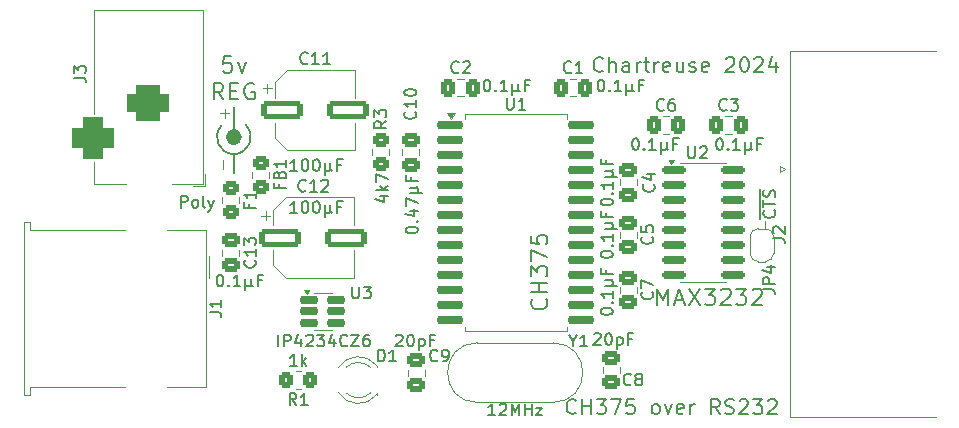
<source format=gto>
G04 #@! TF.GenerationSoftware,KiCad,Pcbnew,8.0.3+1*
G04 #@! TF.CreationDate,2024-07-17T12:21:26-06:00*
G04 #@! TF.ProjectId,CH375_Serial,43483337-355f-4536-9572-69616c2e6b69,rev?*
G04 #@! TF.SameCoordinates,Original*
G04 #@! TF.FileFunction,Legend,Top*
G04 #@! TF.FilePolarity,Positive*
%FSLAX46Y46*%
G04 Gerber Fmt 4.6, Leading zero omitted, Abs format (unit mm)*
G04 Created by KiCad (PCBNEW 8.0.3+1) date 2024-07-17 12:21:26*
%MOMM*%
%LPD*%
G01*
G04 APERTURE LIST*
G04 Aperture macros list*
%AMRoundRect*
0 Rectangle with rounded corners*
0 $1 Rounding radius*
0 $2 $3 $4 $5 $6 $7 $8 $9 X,Y pos of 4 corners*
0 Add a 4 corners polygon primitive as box body*
4,1,4,$2,$3,$4,$5,$6,$7,$8,$9,$2,$3,0*
0 Add four circle primitives for the rounded corners*
1,1,$1+$1,$2,$3*
1,1,$1+$1,$4,$5*
1,1,$1+$1,$6,$7*
1,1,$1+$1,$8,$9*
0 Add four rect primitives between the rounded corners*
20,1,$1+$1,$2,$3,$4,$5,0*
20,1,$1+$1,$4,$5,$6,$7,0*
20,1,$1+$1,$6,$7,$8,$9,0*
20,1,$1+$1,$8,$9,$2,$3,0*%
%AMFreePoly0*
4,1,19,0.500000,-0.750000,0.000000,-0.750000,0.000000,-0.744911,-0.071157,-0.744911,-0.207708,-0.704816,-0.327430,-0.627875,-0.420627,-0.520320,-0.479746,-0.390866,-0.500000,-0.250000,-0.500000,0.250000,-0.479746,0.390866,-0.420627,0.520320,-0.327430,0.627875,-0.207708,0.704816,-0.071157,0.744911,0.000000,0.744911,0.000000,0.750000,0.500000,0.750000,0.500000,-0.750000,0.500000,-0.750000,
$1*%
%AMFreePoly1*
4,1,19,0.000000,0.744911,0.071157,0.744911,0.207708,0.704816,0.327430,0.627875,0.420627,0.520320,0.479746,0.390866,0.500000,0.250000,0.500000,-0.250000,0.479746,-0.390866,0.420627,-0.520320,0.327430,-0.627875,0.207708,-0.704816,0.071157,-0.744911,0.000000,-0.744911,0.000000,-0.750000,-0.500000,-0.750000,-0.500000,0.750000,0.000000,0.750000,0.000000,0.744911,0.000000,0.744911,
$1*%
G04 Aperture macros list end*
%ADD10C,0.685000*%
%ADD11C,0.203200*%
%ADD12C,0.100000*%
%ADD13C,0.152400*%
%ADD14C,0.150000*%
%ADD15C,0.120000*%
%ADD16RoundRect,0.250000X-1.500000X-0.550000X1.500000X-0.550000X1.500000X0.550000X-1.500000X0.550000X0*%
%ADD17RoundRect,0.250000X-0.475000X0.337500X-0.475000X-0.337500X0.475000X-0.337500X0.475000X0.337500X0*%
%ADD18RoundRect,0.250000X0.475000X-0.337500X0.475000X0.337500X-0.475000X0.337500X-0.475000X-0.337500X0*%
%ADD19RoundRect,0.150000X-0.825000X-0.150000X0.825000X-0.150000X0.825000X0.150000X-0.825000X0.150000X0*%
%ADD20R,3.500000X3.500000*%
%ADD21RoundRect,0.750000X-1.000000X0.750000X-1.000000X-0.750000X1.000000X-0.750000X1.000000X0.750000X0*%
%ADD22RoundRect,0.875000X-0.875000X0.875000X-0.875000X-0.875000X0.875000X-0.875000X0.875000X0.875000X0*%
%ADD23C,4.000000*%
%ADD24R,1.600000X1.600000*%
%ADD25C,1.600000*%
%ADD26C,1.500000*%
%ADD27RoundRect,0.250000X-0.337500X-0.475000X0.337500X-0.475000X0.337500X0.475000X-0.337500X0.475000X0*%
%ADD28C,2.200000*%
%ADD29R,1.800000X1.800000*%
%ADD30C,1.800000*%
%ADD31RoundRect,0.150000X-0.650000X-0.150000X0.650000X-0.150000X0.650000X0.150000X-0.650000X0.150000X0*%
%ADD32FreePoly0,270.000000*%
%ADD33FreePoly1,270.000000*%
%ADD34RoundRect,0.250000X0.450000X-0.350000X0.450000X0.350000X-0.450000X0.350000X-0.450000X-0.350000X0*%
%ADD35RoundRect,0.150000X-0.987500X-0.150000X0.987500X-0.150000X0.987500X0.150000X-0.987500X0.150000X0*%
%ADD36RoundRect,0.250000X0.350000X0.450000X-0.350000X0.450000X-0.350000X-0.450000X0.350000X-0.450000X0*%
%ADD37RoundRect,0.250000X-0.450000X0.325000X-0.450000X-0.325000X0.450000X-0.325000X0.450000X0.325000X0*%
%ADD38RoundRect,0.250000X-0.450000X0.350000X-0.450000X-0.350000X0.450000X-0.350000X0.450000X0.350000X0*%
%ADD39R,1.500000X1.600000*%
%ADD40C,3.000000*%
G04 APERTURE END LIST*
D10*
X135216499Y-65150999D02*
G75*
G02*
X134531499Y-65150999I-342500J0D01*
G01*
X134531499Y-65150999D02*
G75*
G02*
X135216499Y-65150999I342500J0D01*
G01*
D11*
X135889998Y-64135000D02*
G75*
G02*
X133858000Y-64135000I-1015999J-1015999D01*
G01*
D12*
X179832000Y-72263000D02*
X179878000Y-72895000D01*
X133731000Y-63119000D02*
X134493000Y-63119000D01*
X134112000Y-63500000D02*
X134112000Y-62738000D01*
D11*
X134873999Y-66587839D02*
X134874000Y-68199000D01*
D12*
X133985000Y-67818000D02*
X133985000Y-67056000D01*
D11*
X134873999Y-65150999D02*
X134874000Y-62611000D01*
X134674429Y-58312165D02*
X134009191Y-58312165D01*
X134009191Y-58312165D02*
X133942667Y-58977403D01*
X133942667Y-58977403D02*
X134009191Y-58910880D01*
X134009191Y-58910880D02*
X134142238Y-58844356D01*
X134142238Y-58844356D02*
X134474857Y-58844356D01*
X134474857Y-58844356D02*
X134607905Y-58910880D01*
X134607905Y-58910880D02*
X134674429Y-58977403D01*
X134674429Y-58977403D02*
X134740952Y-59110451D01*
X134740952Y-59110451D02*
X134740952Y-59443070D01*
X134740952Y-59443070D02*
X134674429Y-59576118D01*
X134674429Y-59576118D02*
X134607905Y-59642642D01*
X134607905Y-59642642D02*
X134474857Y-59709165D01*
X134474857Y-59709165D02*
X134142238Y-59709165D01*
X134142238Y-59709165D02*
X134009191Y-59642642D01*
X134009191Y-59642642D02*
X133942667Y-59576118D01*
X135206619Y-58777832D02*
X135539238Y-59709165D01*
X135539238Y-59709165D02*
X135871857Y-58777832D01*
X133975928Y-61958257D02*
X133510262Y-61293019D01*
X133177643Y-61958257D02*
X133177643Y-60561257D01*
X133177643Y-60561257D02*
X133709833Y-60561257D01*
X133709833Y-60561257D02*
X133842881Y-60627781D01*
X133842881Y-60627781D02*
X133909404Y-60694305D01*
X133909404Y-60694305D02*
X133975928Y-60827353D01*
X133975928Y-60827353D02*
X133975928Y-61026924D01*
X133975928Y-61026924D02*
X133909404Y-61159972D01*
X133909404Y-61159972D02*
X133842881Y-61226495D01*
X133842881Y-61226495D02*
X133709833Y-61293019D01*
X133709833Y-61293019D02*
X133177643Y-61293019D01*
X134574643Y-61226495D02*
X135040309Y-61226495D01*
X135239881Y-61958257D02*
X134574643Y-61958257D01*
X134574643Y-61958257D02*
X134574643Y-60561257D01*
X134574643Y-60561257D02*
X135239881Y-60561257D01*
X136570356Y-60627781D02*
X136437309Y-60561257D01*
X136437309Y-60561257D02*
X136237737Y-60561257D01*
X136237737Y-60561257D02*
X136038166Y-60627781D01*
X136038166Y-60627781D02*
X135905118Y-60760829D01*
X135905118Y-60760829D02*
X135838595Y-60893876D01*
X135838595Y-60893876D02*
X135772071Y-61159972D01*
X135772071Y-61159972D02*
X135772071Y-61359543D01*
X135772071Y-61359543D02*
X135838595Y-61625638D01*
X135838595Y-61625638D02*
X135905118Y-61758686D01*
X135905118Y-61758686D02*
X136038166Y-61891734D01*
X136038166Y-61891734D02*
X136237737Y-61958257D01*
X136237737Y-61958257D02*
X136370785Y-61958257D01*
X136370785Y-61958257D02*
X136570356Y-61891734D01*
X136570356Y-61891734D02*
X136636880Y-61825210D01*
X136636880Y-61825210D02*
X136636880Y-61359543D01*
X136636880Y-61359543D02*
X136370785Y-61359543D01*
D13*
X180622455Y-71353213D02*
X180670075Y-71400832D01*
X180670075Y-71400832D02*
X180717694Y-71543689D01*
X180717694Y-71543689D02*
X180717694Y-71638927D01*
X180717694Y-71638927D02*
X180670075Y-71781784D01*
X180670075Y-71781784D02*
X180574836Y-71877022D01*
X180574836Y-71877022D02*
X180479598Y-71924641D01*
X180479598Y-71924641D02*
X180289122Y-71972260D01*
X180289122Y-71972260D02*
X180146265Y-71972260D01*
X180146265Y-71972260D02*
X179955789Y-71924641D01*
X179955789Y-71924641D02*
X179860551Y-71877022D01*
X179860551Y-71877022D02*
X179765313Y-71781784D01*
X179765313Y-71781784D02*
X179717694Y-71638927D01*
X179717694Y-71638927D02*
X179717694Y-71543689D01*
X179717694Y-71543689D02*
X179765313Y-71400832D01*
X179765313Y-71400832D02*
X179812932Y-71353213D01*
X179717694Y-71067498D02*
X179717694Y-70496070D01*
X180717694Y-70781784D02*
X179717694Y-70781784D01*
X180670075Y-70210355D02*
X180717694Y-70067498D01*
X180717694Y-70067498D02*
X180717694Y-69829403D01*
X180717694Y-69829403D02*
X180670075Y-69734165D01*
X180670075Y-69734165D02*
X180622455Y-69686546D01*
X180622455Y-69686546D02*
X180527217Y-69638927D01*
X180527217Y-69638927D02*
X180431979Y-69638927D01*
X180431979Y-69638927D02*
X180336741Y-69686546D01*
X180336741Y-69686546D02*
X180289122Y-69734165D01*
X180289122Y-69734165D02*
X180241503Y-69829403D01*
X180241503Y-69829403D02*
X180193884Y-70019879D01*
X180193884Y-70019879D02*
X180146265Y-70115117D01*
X180146265Y-70115117D02*
X180098646Y-70162736D01*
X180098646Y-70162736D02*
X180003408Y-70210355D01*
X180003408Y-70210355D02*
X179908170Y-70210355D01*
X179908170Y-70210355D02*
X179812932Y-70162736D01*
X179812932Y-70162736D02*
X179765313Y-70115117D01*
X179765313Y-70115117D02*
X179717694Y-70019879D01*
X179717694Y-70019879D02*
X179717694Y-69781784D01*
X179717694Y-69781784D02*
X179765313Y-69638927D01*
X179440075Y-72062737D02*
X179440075Y-69548451D01*
D11*
X163848779Y-88486056D02*
X163788303Y-88546533D01*
X163788303Y-88546533D02*
X163606874Y-88607009D01*
X163606874Y-88607009D02*
X163485922Y-88607009D01*
X163485922Y-88607009D02*
X163304493Y-88546533D01*
X163304493Y-88546533D02*
X163183541Y-88425580D01*
X163183541Y-88425580D02*
X163123064Y-88304628D01*
X163123064Y-88304628D02*
X163062588Y-88062723D01*
X163062588Y-88062723D02*
X163062588Y-87881294D01*
X163062588Y-87881294D02*
X163123064Y-87639390D01*
X163123064Y-87639390D02*
X163183541Y-87518437D01*
X163183541Y-87518437D02*
X163304493Y-87397485D01*
X163304493Y-87397485D02*
X163485922Y-87337009D01*
X163485922Y-87337009D02*
X163606874Y-87337009D01*
X163606874Y-87337009D02*
X163788303Y-87397485D01*
X163788303Y-87397485D02*
X163848779Y-87457961D01*
X164393064Y-88607009D02*
X164393064Y-87337009D01*
X164393064Y-87941771D02*
X165118779Y-87941771D01*
X165118779Y-88607009D02*
X165118779Y-87337009D01*
X165602588Y-87337009D02*
X166388779Y-87337009D01*
X166388779Y-87337009D02*
X165965445Y-87820818D01*
X165965445Y-87820818D02*
X166146874Y-87820818D01*
X166146874Y-87820818D02*
X166267826Y-87881294D01*
X166267826Y-87881294D02*
X166328302Y-87941771D01*
X166328302Y-87941771D02*
X166388779Y-88062723D01*
X166388779Y-88062723D02*
X166388779Y-88365104D01*
X166388779Y-88365104D02*
X166328302Y-88486056D01*
X166328302Y-88486056D02*
X166267826Y-88546533D01*
X166267826Y-88546533D02*
X166146874Y-88607009D01*
X166146874Y-88607009D02*
X165784017Y-88607009D01*
X165784017Y-88607009D02*
X165663064Y-88546533D01*
X165663064Y-88546533D02*
X165602588Y-88486056D01*
X166812112Y-87337009D02*
X167658779Y-87337009D01*
X167658779Y-87337009D02*
X167114493Y-88607009D01*
X168747350Y-87337009D02*
X168142588Y-87337009D01*
X168142588Y-87337009D02*
X168082112Y-87941771D01*
X168082112Y-87941771D02*
X168142588Y-87881294D01*
X168142588Y-87881294D02*
X168263541Y-87820818D01*
X168263541Y-87820818D02*
X168565922Y-87820818D01*
X168565922Y-87820818D02*
X168686874Y-87881294D01*
X168686874Y-87881294D02*
X168747350Y-87941771D01*
X168747350Y-87941771D02*
X168807827Y-88062723D01*
X168807827Y-88062723D02*
X168807827Y-88365104D01*
X168807827Y-88365104D02*
X168747350Y-88486056D01*
X168747350Y-88486056D02*
X168686874Y-88546533D01*
X168686874Y-88546533D02*
X168565922Y-88607009D01*
X168565922Y-88607009D02*
X168263541Y-88607009D01*
X168263541Y-88607009D02*
X168142588Y-88546533D01*
X168142588Y-88546533D02*
X168082112Y-88486056D01*
X170501160Y-88607009D02*
X170380208Y-88546533D01*
X170380208Y-88546533D02*
X170319731Y-88486056D01*
X170319731Y-88486056D02*
X170259255Y-88365104D01*
X170259255Y-88365104D02*
X170259255Y-88002247D01*
X170259255Y-88002247D02*
X170319731Y-87881294D01*
X170319731Y-87881294D02*
X170380208Y-87820818D01*
X170380208Y-87820818D02*
X170501160Y-87760342D01*
X170501160Y-87760342D02*
X170682589Y-87760342D01*
X170682589Y-87760342D02*
X170803541Y-87820818D01*
X170803541Y-87820818D02*
X170864017Y-87881294D01*
X170864017Y-87881294D02*
X170924493Y-88002247D01*
X170924493Y-88002247D02*
X170924493Y-88365104D01*
X170924493Y-88365104D02*
X170864017Y-88486056D01*
X170864017Y-88486056D02*
X170803541Y-88546533D01*
X170803541Y-88546533D02*
X170682589Y-88607009D01*
X170682589Y-88607009D02*
X170501160Y-88607009D01*
X171347827Y-87760342D02*
X171650208Y-88607009D01*
X171650208Y-88607009D02*
X171952589Y-87760342D01*
X172920208Y-88546533D02*
X172799256Y-88607009D01*
X172799256Y-88607009D02*
X172557351Y-88607009D01*
X172557351Y-88607009D02*
X172436398Y-88546533D01*
X172436398Y-88546533D02*
X172375922Y-88425580D01*
X172375922Y-88425580D02*
X172375922Y-87941771D01*
X172375922Y-87941771D02*
X172436398Y-87820818D01*
X172436398Y-87820818D02*
X172557351Y-87760342D01*
X172557351Y-87760342D02*
X172799256Y-87760342D01*
X172799256Y-87760342D02*
X172920208Y-87820818D01*
X172920208Y-87820818D02*
X172980684Y-87941771D01*
X172980684Y-87941771D02*
X172980684Y-88062723D01*
X172980684Y-88062723D02*
X172375922Y-88183675D01*
X173524969Y-88607009D02*
X173524969Y-87760342D01*
X173524969Y-88002247D02*
X173585446Y-87881294D01*
X173585446Y-87881294D02*
X173645922Y-87820818D01*
X173645922Y-87820818D02*
X173766874Y-87760342D01*
X173766874Y-87760342D02*
X173887827Y-87760342D01*
X176004493Y-88607009D02*
X175581159Y-88002247D01*
X175278778Y-88607009D02*
X175278778Y-87337009D01*
X175278778Y-87337009D02*
X175762588Y-87337009D01*
X175762588Y-87337009D02*
X175883540Y-87397485D01*
X175883540Y-87397485D02*
X175944017Y-87457961D01*
X175944017Y-87457961D02*
X176004493Y-87578913D01*
X176004493Y-87578913D02*
X176004493Y-87760342D01*
X176004493Y-87760342D02*
X175944017Y-87881294D01*
X175944017Y-87881294D02*
X175883540Y-87941771D01*
X175883540Y-87941771D02*
X175762588Y-88002247D01*
X175762588Y-88002247D02*
X175278778Y-88002247D01*
X176488302Y-88546533D02*
X176669731Y-88607009D01*
X176669731Y-88607009D02*
X176972112Y-88607009D01*
X176972112Y-88607009D02*
X177093064Y-88546533D01*
X177093064Y-88546533D02*
X177153540Y-88486056D01*
X177153540Y-88486056D02*
X177214017Y-88365104D01*
X177214017Y-88365104D02*
X177214017Y-88244152D01*
X177214017Y-88244152D02*
X177153540Y-88123199D01*
X177153540Y-88123199D02*
X177093064Y-88062723D01*
X177093064Y-88062723D02*
X176972112Y-88002247D01*
X176972112Y-88002247D02*
X176730207Y-87941771D01*
X176730207Y-87941771D02*
X176609255Y-87881294D01*
X176609255Y-87881294D02*
X176548778Y-87820818D01*
X176548778Y-87820818D02*
X176488302Y-87699866D01*
X176488302Y-87699866D02*
X176488302Y-87578913D01*
X176488302Y-87578913D02*
X176548778Y-87457961D01*
X176548778Y-87457961D02*
X176609255Y-87397485D01*
X176609255Y-87397485D02*
X176730207Y-87337009D01*
X176730207Y-87337009D02*
X177032588Y-87337009D01*
X177032588Y-87337009D02*
X177214017Y-87397485D01*
X177697826Y-87457961D02*
X177758302Y-87397485D01*
X177758302Y-87397485D02*
X177879255Y-87337009D01*
X177879255Y-87337009D02*
X178181636Y-87337009D01*
X178181636Y-87337009D02*
X178302588Y-87397485D01*
X178302588Y-87397485D02*
X178363064Y-87457961D01*
X178363064Y-87457961D02*
X178423541Y-87578913D01*
X178423541Y-87578913D02*
X178423541Y-87699866D01*
X178423541Y-87699866D02*
X178363064Y-87881294D01*
X178363064Y-87881294D02*
X177637350Y-88607009D01*
X177637350Y-88607009D02*
X178423541Y-88607009D01*
X178846874Y-87337009D02*
X179633065Y-87337009D01*
X179633065Y-87337009D02*
X179209731Y-87820818D01*
X179209731Y-87820818D02*
X179391160Y-87820818D01*
X179391160Y-87820818D02*
X179512112Y-87881294D01*
X179512112Y-87881294D02*
X179572588Y-87941771D01*
X179572588Y-87941771D02*
X179633065Y-88062723D01*
X179633065Y-88062723D02*
X179633065Y-88365104D01*
X179633065Y-88365104D02*
X179572588Y-88486056D01*
X179572588Y-88486056D02*
X179512112Y-88546533D01*
X179512112Y-88546533D02*
X179391160Y-88607009D01*
X179391160Y-88607009D02*
X179028303Y-88607009D01*
X179028303Y-88607009D02*
X178907350Y-88546533D01*
X178907350Y-88546533D02*
X178846874Y-88486056D01*
X180116874Y-87457961D02*
X180177350Y-87397485D01*
X180177350Y-87397485D02*
X180298303Y-87337009D01*
X180298303Y-87337009D02*
X180600684Y-87337009D01*
X180600684Y-87337009D02*
X180721636Y-87397485D01*
X180721636Y-87397485D02*
X180782112Y-87457961D01*
X180782112Y-87457961D02*
X180842589Y-87578913D01*
X180842589Y-87578913D02*
X180842589Y-87699866D01*
X180842589Y-87699866D02*
X180782112Y-87881294D01*
X180782112Y-87881294D02*
X180056398Y-88607009D01*
X180056398Y-88607009D02*
X180842589Y-88607009D01*
D13*
X130386358Y-71116694D02*
X130386358Y-70116694D01*
X130386358Y-70116694D02*
X130767310Y-70116694D01*
X130767310Y-70116694D02*
X130862548Y-70164313D01*
X130862548Y-70164313D02*
X130910167Y-70211932D01*
X130910167Y-70211932D02*
X130957786Y-70307170D01*
X130957786Y-70307170D02*
X130957786Y-70450027D01*
X130957786Y-70450027D02*
X130910167Y-70545265D01*
X130910167Y-70545265D02*
X130862548Y-70592884D01*
X130862548Y-70592884D02*
X130767310Y-70640503D01*
X130767310Y-70640503D02*
X130386358Y-70640503D01*
X131529215Y-71116694D02*
X131433977Y-71069075D01*
X131433977Y-71069075D02*
X131386358Y-71021455D01*
X131386358Y-71021455D02*
X131338739Y-70926217D01*
X131338739Y-70926217D02*
X131338739Y-70640503D01*
X131338739Y-70640503D02*
X131386358Y-70545265D01*
X131386358Y-70545265D02*
X131433977Y-70497646D01*
X131433977Y-70497646D02*
X131529215Y-70450027D01*
X131529215Y-70450027D02*
X131672072Y-70450027D01*
X131672072Y-70450027D02*
X131767310Y-70497646D01*
X131767310Y-70497646D02*
X131814929Y-70545265D01*
X131814929Y-70545265D02*
X131862548Y-70640503D01*
X131862548Y-70640503D02*
X131862548Y-70926217D01*
X131862548Y-70926217D02*
X131814929Y-71021455D01*
X131814929Y-71021455D02*
X131767310Y-71069075D01*
X131767310Y-71069075D02*
X131672072Y-71116694D01*
X131672072Y-71116694D02*
X131529215Y-71116694D01*
X132433977Y-71116694D02*
X132338739Y-71069075D01*
X132338739Y-71069075D02*
X132291120Y-70973836D01*
X132291120Y-70973836D02*
X132291120Y-70116694D01*
X132719692Y-70450027D02*
X132957787Y-71116694D01*
X133195882Y-70450027D02*
X132957787Y-71116694D01*
X132957787Y-71116694D02*
X132862549Y-71354789D01*
X132862549Y-71354789D02*
X132814930Y-71402408D01*
X132814930Y-71402408D02*
X132719692Y-71450027D01*
D11*
X166134779Y-59530056D02*
X166074303Y-59590533D01*
X166074303Y-59590533D02*
X165892874Y-59651009D01*
X165892874Y-59651009D02*
X165771922Y-59651009D01*
X165771922Y-59651009D02*
X165590493Y-59590533D01*
X165590493Y-59590533D02*
X165469541Y-59469580D01*
X165469541Y-59469580D02*
X165409064Y-59348628D01*
X165409064Y-59348628D02*
X165348588Y-59106723D01*
X165348588Y-59106723D02*
X165348588Y-58925294D01*
X165348588Y-58925294D02*
X165409064Y-58683390D01*
X165409064Y-58683390D02*
X165469541Y-58562437D01*
X165469541Y-58562437D02*
X165590493Y-58441485D01*
X165590493Y-58441485D02*
X165771922Y-58381009D01*
X165771922Y-58381009D02*
X165892874Y-58381009D01*
X165892874Y-58381009D02*
X166074303Y-58441485D01*
X166074303Y-58441485D02*
X166134779Y-58501961D01*
X166679064Y-59651009D02*
X166679064Y-58381009D01*
X167223350Y-59651009D02*
X167223350Y-58985771D01*
X167223350Y-58985771D02*
X167162874Y-58864818D01*
X167162874Y-58864818D02*
X167041922Y-58804342D01*
X167041922Y-58804342D02*
X166860493Y-58804342D01*
X166860493Y-58804342D02*
X166739541Y-58864818D01*
X166739541Y-58864818D02*
X166679064Y-58925294D01*
X168372398Y-59651009D02*
X168372398Y-58985771D01*
X168372398Y-58985771D02*
X168311922Y-58864818D01*
X168311922Y-58864818D02*
X168190970Y-58804342D01*
X168190970Y-58804342D02*
X167949065Y-58804342D01*
X167949065Y-58804342D02*
X167828112Y-58864818D01*
X168372398Y-59590533D02*
X168251446Y-59651009D01*
X168251446Y-59651009D02*
X167949065Y-59651009D01*
X167949065Y-59651009D02*
X167828112Y-59590533D01*
X167828112Y-59590533D02*
X167767636Y-59469580D01*
X167767636Y-59469580D02*
X167767636Y-59348628D01*
X167767636Y-59348628D02*
X167828112Y-59227675D01*
X167828112Y-59227675D02*
X167949065Y-59167199D01*
X167949065Y-59167199D02*
X168251446Y-59167199D01*
X168251446Y-59167199D02*
X168372398Y-59106723D01*
X168977160Y-59651009D02*
X168977160Y-58804342D01*
X168977160Y-59046247D02*
X169037637Y-58925294D01*
X169037637Y-58925294D02*
X169098113Y-58864818D01*
X169098113Y-58864818D02*
X169219065Y-58804342D01*
X169219065Y-58804342D02*
X169340018Y-58804342D01*
X169581922Y-58804342D02*
X170065731Y-58804342D01*
X169763350Y-58381009D02*
X169763350Y-59469580D01*
X169763350Y-59469580D02*
X169823827Y-59590533D01*
X169823827Y-59590533D02*
X169944779Y-59651009D01*
X169944779Y-59651009D02*
X170065731Y-59651009D01*
X170489064Y-59651009D02*
X170489064Y-58804342D01*
X170489064Y-59046247D02*
X170549541Y-58925294D01*
X170549541Y-58925294D02*
X170610017Y-58864818D01*
X170610017Y-58864818D02*
X170730969Y-58804342D01*
X170730969Y-58804342D02*
X170851922Y-58804342D01*
X171759064Y-59590533D02*
X171638112Y-59651009D01*
X171638112Y-59651009D02*
X171396207Y-59651009D01*
X171396207Y-59651009D02*
X171275254Y-59590533D01*
X171275254Y-59590533D02*
X171214778Y-59469580D01*
X171214778Y-59469580D02*
X171214778Y-58985771D01*
X171214778Y-58985771D02*
X171275254Y-58864818D01*
X171275254Y-58864818D02*
X171396207Y-58804342D01*
X171396207Y-58804342D02*
X171638112Y-58804342D01*
X171638112Y-58804342D02*
X171759064Y-58864818D01*
X171759064Y-58864818D02*
X171819540Y-58985771D01*
X171819540Y-58985771D02*
X171819540Y-59106723D01*
X171819540Y-59106723D02*
X171214778Y-59227675D01*
X172908111Y-58804342D02*
X172908111Y-59651009D01*
X172363825Y-58804342D02*
X172363825Y-59469580D01*
X172363825Y-59469580D02*
X172424302Y-59590533D01*
X172424302Y-59590533D02*
X172545254Y-59651009D01*
X172545254Y-59651009D02*
X172726683Y-59651009D01*
X172726683Y-59651009D02*
X172847635Y-59590533D01*
X172847635Y-59590533D02*
X172908111Y-59530056D01*
X173452397Y-59590533D02*
X173573350Y-59651009D01*
X173573350Y-59651009D02*
X173815254Y-59651009D01*
X173815254Y-59651009D02*
X173936207Y-59590533D01*
X173936207Y-59590533D02*
X173996683Y-59469580D01*
X173996683Y-59469580D02*
X173996683Y-59409104D01*
X173996683Y-59409104D02*
X173936207Y-59288152D01*
X173936207Y-59288152D02*
X173815254Y-59227675D01*
X173815254Y-59227675D02*
X173633826Y-59227675D01*
X173633826Y-59227675D02*
X173512873Y-59167199D01*
X173512873Y-59167199D02*
X173452397Y-59046247D01*
X173452397Y-59046247D02*
X173452397Y-58985771D01*
X173452397Y-58985771D02*
X173512873Y-58864818D01*
X173512873Y-58864818D02*
X173633826Y-58804342D01*
X173633826Y-58804342D02*
X173815254Y-58804342D01*
X173815254Y-58804342D02*
X173936207Y-58864818D01*
X175024778Y-59590533D02*
X174903826Y-59651009D01*
X174903826Y-59651009D02*
X174661921Y-59651009D01*
X174661921Y-59651009D02*
X174540968Y-59590533D01*
X174540968Y-59590533D02*
X174480492Y-59469580D01*
X174480492Y-59469580D02*
X174480492Y-58985771D01*
X174480492Y-58985771D02*
X174540968Y-58864818D01*
X174540968Y-58864818D02*
X174661921Y-58804342D01*
X174661921Y-58804342D02*
X174903826Y-58804342D01*
X174903826Y-58804342D02*
X175024778Y-58864818D01*
X175024778Y-58864818D02*
X175085254Y-58985771D01*
X175085254Y-58985771D02*
X175085254Y-59106723D01*
X175085254Y-59106723D02*
X174480492Y-59227675D01*
X176536682Y-58501961D02*
X176597158Y-58441485D01*
X176597158Y-58441485D02*
X176718111Y-58381009D01*
X176718111Y-58381009D02*
X177020492Y-58381009D01*
X177020492Y-58381009D02*
X177141444Y-58441485D01*
X177141444Y-58441485D02*
X177201920Y-58501961D01*
X177201920Y-58501961D02*
X177262397Y-58622913D01*
X177262397Y-58622913D02*
X177262397Y-58743866D01*
X177262397Y-58743866D02*
X177201920Y-58925294D01*
X177201920Y-58925294D02*
X176476206Y-59651009D01*
X176476206Y-59651009D02*
X177262397Y-59651009D01*
X178048587Y-58381009D02*
X178169540Y-58381009D01*
X178169540Y-58381009D02*
X178290492Y-58441485D01*
X178290492Y-58441485D02*
X178350968Y-58501961D01*
X178350968Y-58501961D02*
X178411444Y-58622913D01*
X178411444Y-58622913D02*
X178471921Y-58864818D01*
X178471921Y-58864818D02*
X178471921Y-59167199D01*
X178471921Y-59167199D02*
X178411444Y-59409104D01*
X178411444Y-59409104D02*
X178350968Y-59530056D01*
X178350968Y-59530056D02*
X178290492Y-59590533D01*
X178290492Y-59590533D02*
X178169540Y-59651009D01*
X178169540Y-59651009D02*
X178048587Y-59651009D01*
X178048587Y-59651009D02*
X177927635Y-59590533D01*
X177927635Y-59590533D02*
X177867159Y-59530056D01*
X177867159Y-59530056D02*
X177806682Y-59409104D01*
X177806682Y-59409104D02*
X177746206Y-59167199D01*
X177746206Y-59167199D02*
X177746206Y-58864818D01*
X177746206Y-58864818D02*
X177806682Y-58622913D01*
X177806682Y-58622913D02*
X177867159Y-58501961D01*
X177867159Y-58501961D02*
X177927635Y-58441485D01*
X177927635Y-58441485D02*
X178048587Y-58381009D01*
X178955730Y-58501961D02*
X179016206Y-58441485D01*
X179016206Y-58441485D02*
X179137159Y-58381009D01*
X179137159Y-58381009D02*
X179439540Y-58381009D01*
X179439540Y-58381009D02*
X179560492Y-58441485D01*
X179560492Y-58441485D02*
X179620968Y-58501961D01*
X179620968Y-58501961D02*
X179681445Y-58622913D01*
X179681445Y-58622913D02*
X179681445Y-58743866D01*
X179681445Y-58743866D02*
X179620968Y-58925294D01*
X179620968Y-58925294D02*
X178895254Y-59651009D01*
X178895254Y-59651009D02*
X179681445Y-59651009D01*
X180770016Y-58804342D02*
X180770016Y-59651009D01*
X180467635Y-58320533D02*
X180165254Y-59227675D01*
X180165254Y-59227675D02*
X180951445Y-59227675D01*
D14*
X140962142Y-69669580D02*
X140914523Y-69717200D01*
X140914523Y-69717200D02*
X140771666Y-69764819D01*
X140771666Y-69764819D02*
X140676428Y-69764819D01*
X140676428Y-69764819D02*
X140533571Y-69717200D01*
X140533571Y-69717200D02*
X140438333Y-69621961D01*
X140438333Y-69621961D02*
X140390714Y-69526723D01*
X140390714Y-69526723D02*
X140343095Y-69336247D01*
X140343095Y-69336247D02*
X140343095Y-69193390D01*
X140343095Y-69193390D02*
X140390714Y-69002914D01*
X140390714Y-69002914D02*
X140438333Y-68907676D01*
X140438333Y-68907676D02*
X140533571Y-68812438D01*
X140533571Y-68812438D02*
X140676428Y-68764819D01*
X140676428Y-68764819D02*
X140771666Y-68764819D01*
X140771666Y-68764819D02*
X140914523Y-68812438D01*
X140914523Y-68812438D02*
X140962142Y-68860057D01*
X141914523Y-69764819D02*
X141343095Y-69764819D01*
X141628809Y-69764819D02*
X141628809Y-68764819D01*
X141628809Y-68764819D02*
X141533571Y-68907676D01*
X141533571Y-68907676D02*
X141438333Y-69002914D01*
X141438333Y-69002914D02*
X141343095Y-69050533D01*
X142295476Y-68860057D02*
X142343095Y-68812438D01*
X142343095Y-68812438D02*
X142438333Y-68764819D01*
X142438333Y-68764819D02*
X142676428Y-68764819D01*
X142676428Y-68764819D02*
X142771666Y-68812438D01*
X142771666Y-68812438D02*
X142819285Y-68860057D01*
X142819285Y-68860057D02*
X142866904Y-68955295D01*
X142866904Y-68955295D02*
X142866904Y-69050533D01*
X142866904Y-69050533D02*
X142819285Y-69193390D01*
X142819285Y-69193390D02*
X142247857Y-69764819D01*
X142247857Y-69764819D02*
X142866904Y-69764819D01*
X140239952Y-71574819D02*
X139668524Y-71574819D01*
X139954238Y-71574819D02*
X139954238Y-70574819D01*
X139954238Y-70574819D02*
X139859000Y-70717676D01*
X139859000Y-70717676D02*
X139763762Y-70812914D01*
X139763762Y-70812914D02*
X139668524Y-70860533D01*
X140859000Y-70574819D02*
X140954238Y-70574819D01*
X140954238Y-70574819D02*
X141049476Y-70622438D01*
X141049476Y-70622438D02*
X141097095Y-70670057D01*
X141097095Y-70670057D02*
X141144714Y-70765295D01*
X141144714Y-70765295D02*
X141192333Y-70955771D01*
X141192333Y-70955771D02*
X141192333Y-71193866D01*
X141192333Y-71193866D02*
X141144714Y-71384342D01*
X141144714Y-71384342D02*
X141097095Y-71479580D01*
X141097095Y-71479580D02*
X141049476Y-71527200D01*
X141049476Y-71527200D02*
X140954238Y-71574819D01*
X140954238Y-71574819D02*
X140859000Y-71574819D01*
X140859000Y-71574819D02*
X140763762Y-71527200D01*
X140763762Y-71527200D02*
X140716143Y-71479580D01*
X140716143Y-71479580D02*
X140668524Y-71384342D01*
X140668524Y-71384342D02*
X140620905Y-71193866D01*
X140620905Y-71193866D02*
X140620905Y-70955771D01*
X140620905Y-70955771D02*
X140668524Y-70765295D01*
X140668524Y-70765295D02*
X140716143Y-70670057D01*
X140716143Y-70670057D02*
X140763762Y-70622438D01*
X140763762Y-70622438D02*
X140859000Y-70574819D01*
X141811381Y-70574819D02*
X141906619Y-70574819D01*
X141906619Y-70574819D02*
X142001857Y-70622438D01*
X142001857Y-70622438D02*
X142049476Y-70670057D01*
X142049476Y-70670057D02*
X142097095Y-70765295D01*
X142097095Y-70765295D02*
X142144714Y-70955771D01*
X142144714Y-70955771D02*
X142144714Y-71193866D01*
X142144714Y-71193866D02*
X142097095Y-71384342D01*
X142097095Y-71384342D02*
X142049476Y-71479580D01*
X142049476Y-71479580D02*
X142001857Y-71527200D01*
X142001857Y-71527200D02*
X141906619Y-71574819D01*
X141906619Y-71574819D02*
X141811381Y-71574819D01*
X141811381Y-71574819D02*
X141716143Y-71527200D01*
X141716143Y-71527200D02*
X141668524Y-71479580D01*
X141668524Y-71479580D02*
X141620905Y-71384342D01*
X141620905Y-71384342D02*
X141573286Y-71193866D01*
X141573286Y-71193866D02*
X141573286Y-70955771D01*
X141573286Y-70955771D02*
X141620905Y-70765295D01*
X141620905Y-70765295D02*
X141668524Y-70670057D01*
X141668524Y-70670057D02*
X141716143Y-70622438D01*
X141716143Y-70622438D02*
X141811381Y-70574819D01*
X142573286Y-70908152D02*
X142573286Y-71908152D01*
X143049476Y-71431961D02*
X143097095Y-71527200D01*
X143097095Y-71527200D02*
X143192333Y-71574819D01*
X142573286Y-71431961D02*
X142620905Y-71527200D01*
X142620905Y-71527200D02*
X142716143Y-71574819D01*
X142716143Y-71574819D02*
X142906619Y-71574819D01*
X142906619Y-71574819D02*
X143001857Y-71527200D01*
X143001857Y-71527200D02*
X143049476Y-71431961D01*
X143049476Y-71431961D02*
X143049476Y-70908152D01*
X143954238Y-71051009D02*
X143620905Y-71051009D01*
X143620905Y-71574819D02*
X143620905Y-70574819D01*
X143620905Y-70574819D02*
X144097095Y-70574819D01*
X141122142Y-58874580D02*
X141074523Y-58922200D01*
X141074523Y-58922200D02*
X140931666Y-58969819D01*
X140931666Y-58969819D02*
X140836428Y-58969819D01*
X140836428Y-58969819D02*
X140693571Y-58922200D01*
X140693571Y-58922200D02*
X140598333Y-58826961D01*
X140598333Y-58826961D02*
X140550714Y-58731723D01*
X140550714Y-58731723D02*
X140503095Y-58541247D01*
X140503095Y-58541247D02*
X140503095Y-58398390D01*
X140503095Y-58398390D02*
X140550714Y-58207914D01*
X140550714Y-58207914D02*
X140598333Y-58112676D01*
X140598333Y-58112676D02*
X140693571Y-58017438D01*
X140693571Y-58017438D02*
X140836428Y-57969819D01*
X140836428Y-57969819D02*
X140931666Y-57969819D01*
X140931666Y-57969819D02*
X141074523Y-58017438D01*
X141074523Y-58017438D02*
X141122142Y-58065057D01*
X142074523Y-58969819D02*
X141503095Y-58969819D01*
X141788809Y-58969819D02*
X141788809Y-57969819D01*
X141788809Y-57969819D02*
X141693571Y-58112676D01*
X141693571Y-58112676D02*
X141598333Y-58207914D01*
X141598333Y-58207914D02*
X141503095Y-58255533D01*
X143026904Y-58969819D02*
X142455476Y-58969819D01*
X142741190Y-58969819D02*
X142741190Y-57969819D01*
X142741190Y-57969819D02*
X142645952Y-58112676D01*
X142645952Y-58112676D02*
X142550714Y-58207914D01*
X142550714Y-58207914D02*
X142455476Y-58255533D01*
X140239952Y-68018819D02*
X139668524Y-68018819D01*
X139954238Y-68018819D02*
X139954238Y-67018819D01*
X139954238Y-67018819D02*
X139859000Y-67161676D01*
X139859000Y-67161676D02*
X139763762Y-67256914D01*
X139763762Y-67256914D02*
X139668524Y-67304533D01*
X140859000Y-67018819D02*
X140954238Y-67018819D01*
X140954238Y-67018819D02*
X141049476Y-67066438D01*
X141049476Y-67066438D02*
X141097095Y-67114057D01*
X141097095Y-67114057D02*
X141144714Y-67209295D01*
X141144714Y-67209295D02*
X141192333Y-67399771D01*
X141192333Y-67399771D02*
X141192333Y-67637866D01*
X141192333Y-67637866D02*
X141144714Y-67828342D01*
X141144714Y-67828342D02*
X141097095Y-67923580D01*
X141097095Y-67923580D02*
X141049476Y-67971200D01*
X141049476Y-67971200D02*
X140954238Y-68018819D01*
X140954238Y-68018819D02*
X140859000Y-68018819D01*
X140859000Y-68018819D02*
X140763762Y-67971200D01*
X140763762Y-67971200D02*
X140716143Y-67923580D01*
X140716143Y-67923580D02*
X140668524Y-67828342D01*
X140668524Y-67828342D02*
X140620905Y-67637866D01*
X140620905Y-67637866D02*
X140620905Y-67399771D01*
X140620905Y-67399771D02*
X140668524Y-67209295D01*
X140668524Y-67209295D02*
X140716143Y-67114057D01*
X140716143Y-67114057D02*
X140763762Y-67066438D01*
X140763762Y-67066438D02*
X140859000Y-67018819D01*
X141811381Y-67018819D02*
X141906619Y-67018819D01*
X141906619Y-67018819D02*
X142001857Y-67066438D01*
X142001857Y-67066438D02*
X142049476Y-67114057D01*
X142049476Y-67114057D02*
X142097095Y-67209295D01*
X142097095Y-67209295D02*
X142144714Y-67399771D01*
X142144714Y-67399771D02*
X142144714Y-67637866D01*
X142144714Y-67637866D02*
X142097095Y-67828342D01*
X142097095Y-67828342D02*
X142049476Y-67923580D01*
X142049476Y-67923580D02*
X142001857Y-67971200D01*
X142001857Y-67971200D02*
X141906619Y-68018819D01*
X141906619Y-68018819D02*
X141811381Y-68018819D01*
X141811381Y-68018819D02*
X141716143Y-67971200D01*
X141716143Y-67971200D02*
X141668524Y-67923580D01*
X141668524Y-67923580D02*
X141620905Y-67828342D01*
X141620905Y-67828342D02*
X141573286Y-67637866D01*
X141573286Y-67637866D02*
X141573286Y-67399771D01*
X141573286Y-67399771D02*
X141620905Y-67209295D01*
X141620905Y-67209295D02*
X141668524Y-67114057D01*
X141668524Y-67114057D02*
X141716143Y-67066438D01*
X141716143Y-67066438D02*
X141811381Y-67018819D01*
X142573286Y-67352152D02*
X142573286Y-68352152D01*
X143049476Y-67875961D02*
X143097095Y-67971200D01*
X143097095Y-67971200D02*
X143192333Y-68018819D01*
X142573286Y-67875961D02*
X142620905Y-67971200D01*
X142620905Y-67971200D02*
X142716143Y-68018819D01*
X142716143Y-68018819D02*
X142906619Y-68018819D01*
X142906619Y-68018819D02*
X143001857Y-67971200D01*
X143001857Y-67971200D02*
X143049476Y-67875961D01*
X143049476Y-67875961D02*
X143049476Y-67352152D01*
X143954238Y-67495009D02*
X143620905Y-67495009D01*
X143620905Y-68018819D02*
X143620905Y-67018819D01*
X143620905Y-67018819D02*
X144097095Y-67018819D01*
X152106333Y-84052580D02*
X152058714Y-84100200D01*
X152058714Y-84100200D02*
X151915857Y-84147819D01*
X151915857Y-84147819D02*
X151820619Y-84147819D01*
X151820619Y-84147819D02*
X151677762Y-84100200D01*
X151677762Y-84100200D02*
X151582524Y-84004961D01*
X151582524Y-84004961D02*
X151534905Y-83909723D01*
X151534905Y-83909723D02*
X151487286Y-83719247D01*
X151487286Y-83719247D02*
X151487286Y-83576390D01*
X151487286Y-83576390D02*
X151534905Y-83385914D01*
X151534905Y-83385914D02*
X151582524Y-83290676D01*
X151582524Y-83290676D02*
X151677762Y-83195438D01*
X151677762Y-83195438D02*
X151820619Y-83147819D01*
X151820619Y-83147819D02*
X151915857Y-83147819D01*
X151915857Y-83147819D02*
X152058714Y-83195438D01*
X152058714Y-83195438D02*
X152106333Y-83243057D01*
X152582524Y-84147819D02*
X152773000Y-84147819D01*
X152773000Y-84147819D02*
X152868238Y-84100200D01*
X152868238Y-84100200D02*
X152915857Y-84052580D01*
X152915857Y-84052580D02*
X153011095Y-83909723D01*
X153011095Y-83909723D02*
X153058714Y-83719247D01*
X153058714Y-83719247D02*
X153058714Y-83338295D01*
X153058714Y-83338295D02*
X153011095Y-83243057D01*
X153011095Y-83243057D02*
X152963476Y-83195438D01*
X152963476Y-83195438D02*
X152868238Y-83147819D01*
X152868238Y-83147819D02*
X152677762Y-83147819D01*
X152677762Y-83147819D02*
X152582524Y-83195438D01*
X152582524Y-83195438D02*
X152534905Y-83243057D01*
X152534905Y-83243057D02*
X152487286Y-83338295D01*
X152487286Y-83338295D02*
X152487286Y-83576390D01*
X152487286Y-83576390D02*
X152534905Y-83671628D01*
X152534905Y-83671628D02*
X152582524Y-83719247D01*
X152582524Y-83719247D02*
X152677762Y-83766866D01*
X152677762Y-83766866D02*
X152868238Y-83766866D01*
X152868238Y-83766866D02*
X152963476Y-83719247D01*
X152963476Y-83719247D02*
X153011095Y-83671628D01*
X153011095Y-83671628D02*
X153058714Y-83576390D01*
X148598143Y-81973057D02*
X148645762Y-81925438D01*
X148645762Y-81925438D02*
X148741000Y-81877819D01*
X148741000Y-81877819D02*
X148979095Y-81877819D01*
X148979095Y-81877819D02*
X149074333Y-81925438D01*
X149074333Y-81925438D02*
X149121952Y-81973057D01*
X149121952Y-81973057D02*
X149169571Y-82068295D01*
X149169571Y-82068295D02*
X149169571Y-82163533D01*
X149169571Y-82163533D02*
X149121952Y-82306390D01*
X149121952Y-82306390D02*
X148550524Y-82877819D01*
X148550524Y-82877819D02*
X149169571Y-82877819D01*
X149788619Y-81877819D02*
X149883857Y-81877819D01*
X149883857Y-81877819D02*
X149979095Y-81925438D01*
X149979095Y-81925438D02*
X150026714Y-81973057D01*
X150026714Y-81973057D02*
X150074333Y-82068295D01*
X150074333Y-82068295D02*
X150121952Y-82258771D01*
X150121952Y-82258771D02*
X150121952Y-82496866D01*
X150121952Y-82496866D02*
X150074333Y-82687342D01*
X150074333Y-82687342D02*
X150026714Y-82782580D01*
X150026714Y-82782580D02*
X149979095Y-82830200D01*
X149979095Y-82830200D02*
X149883857Y-82877819D01*
X149883857Y-82877819D02*
X149788619Y-82877819D01*
X149788619Y-82877819D02*
X149693381Y-82830200D01*
X149693381Y-82830200D02*
X149645762Y-82782580D01*
X149645762Y-82782580D02*
X149598143Y-82687342D01*
X149598143Y-82687342D02*
X149550524Y-82496866D01*
X149550524Y-82496866D02*
X149550524Y-82258771D01*
X149550524Y-82258771D02*
X149598143Y-82068295D01*
X149598143Y-82068295D02*
X149645762Y-81973057D01*
X149645762Y-81973057D02*
X149693381Y-81925438D01*
X149693381Y-81925438D02*
X149788619Y-81877819D01*
X150550524Y-82211152D02*
X150550524Y-83211152D01*
X150550524Y-82258771D02*
X150645762Y-82211152D01*
X150645762Y-82211152D02*
X150836238Y-82211152D01*
X150836238Y-82211152D02*
X150931476Y-82258771D01*
X150931476Y-82258771D02*
X150979095Y-82306390D01*
X150979095Y-82306390D02*
X151026714Y-82401628D01*
X151026714Y-82401628D02*
X151026714Y-82687342D01*
X151026714Y-82687342D02*
X150979095Y-82782580D01*
X150979095Y-82782580D02*
X150931476Y-82830200D01*
X150931476Y-82830200D02*
X150836238Y-82877819D01*
X150836238Y-82877819D02*
X150645762Y-82877819D01*
X150645762Y-82877819D02*
X150550524Y-82830200D01*
X151788619Y-82354009D02*
X151455286Y-82354009D01*
X151455286Y-82877819D02*
X151455286Y-81877819D01*
X151455286Y-81877819D02*
X151931476Y-81877819D01*
X168489333Y-86084580D02*
X168441714Y-86132200D01*
X168441714Y-86132200D02*
X168298857Y-86179819D01*
X168298857Y-86179819D02*
X168203619Y-86179819D01*
X168203619Y-86179819D02*
X168060762Y-86132200D01*
X168060762Y-86132200D02*
X167965524Y-86036961D01*
X167965524Y-86036961D02*
X167917905Y-85941723D01*
X167917905Y-85941723D02*
X167870286Y-85751247D01*
X167870286Y-85751247D02*
X167870286Y-85608390D01*
X167870286Y-85608390D02*
X167917905Y-85417914D01*
X167917905Y-85417914D02*
X167965524Y-85322676D01*
X167965524Y-85322676D02*
X168060762Y-85227438D01*
X168060762Y-85227438D02*
X168203619Y-85179819D01*
X168203619Y-85179819D02*
X168298857Y-85179819D01*
X168298857Y-85179819D02*
X168441714Y-85227438D01*
X168441714Y-85227438D02*
X168489333Y-85275057D01*
X169060762Y-85608390D02*
X168965524Y-85560771D01*
X168965524Y-85560771D02*
X168917905Y-85513152D01*
X168917905Y-85513152D02*
X168870286Y-85417914D01*
X168870286Y-85417914D02*
X168870286Y-85370295D01*
X168870286Y-85370295D02*
X168917905Y-85275057D01*
X168917905Y-85275057D02*
X168965524Y-85227438D01*
X168965524Y-85227438D02*
X169060762Y-85179819D01*
X169060762Y-85179819D02*
X169251238Y-85179819D01*
X169251238Y-85179819D02*
X169346476Y-85227438D01*
X169346476Y-85227438D02*
X169394095Y-85275057D01*
X169394095Y-85275057D02*
X169441714Y-85370295D01*
X169441714Y-85370295D02*
X169441714Y-85417914D01*
X169441714Y-85417914D02*
X169394095Y-85513152D01*
X169394095Y-85513152D02*
X169346476Y-85560771D01*
X169346476Y-85560771D02*
X169251238Y-85608390D01*
X169251238Y-85608390D02*
X169060762Y-85608390D01*
X169060762Y-85608390D02*
X168965524Y-85656009D01*
X168965524Y-85656009D02*
X168917905Y-85703628D01*
X168917905Y-85703628D02*
X168870286Y-85798866D01*
X168870286Y-85798866D02*
X168870286Y-85989342D01*
X168870286Y-85989342D02*
X168917905Y-86084580D01*
X168917905Y-86084580D02*
X168965524Y-86132200D01*
X168965524Y-86132200D02*
X169060762Y-86179819D01*
X169060762Y-86179819D02*
X169251238Y-86179819D01*
X169251238Y-86179819D02*
X169346476Y-86132200D01*
X169346476Y-86132200D02*
X169394095Y-86084580D01*
X169394095Y-86084580D02*
X169441714Y-85989342D01*
X169441714Y-85989342D02*
X169441714Y-85798866D01*
X169441714Y-85798866D02*
X169394095Y-85703628D01*
X169394095Y-85703628D02*
X169346476Y-85656009D01*
X169346476Y-85656009D02*
X169251238Y-85608390D01*
X165362143Y-81846057D02*
X165409762Y-81798438D01*
X165409762Y-81798438D02*
X165505000Y-81750819D01*
X165505000Y-81750819D02*
X165743095Y-81750819D01*
X165743095Y-81750819D02*
X165838333Y-81798438D01*
X165838333Y-81798438D02*
X165885952Y-81846057D01*
X165885952Y-81846057D02*
X165933571Y-81941295D01*
X165933571Y-81941295D02*
X165933571Y-82036533D01*
X165933571Y-82036533D02*
X165885952Y-82179390D01*
X165885952Y-82179390D02*
X165314524Y-82750819D01*
X165314524Y-82750819D02*
X165933571Y-82750819D01*
X166552619Y-81750819D02*
X166647857Y-81750819D01*
X166647857Y-81750819D02*
X166743095Y-81798438D01*
X166743095Y-81798438D02*
X166790714Y-81846057D01*
X166790714Y-81846057D02*
X166838333Y-81941295D01*
X166838333Y-81941295D02*
X166885952Y-82131771D01*
X166885952Y-82131771D02*
X166885952Y-82369866D01*
X166885952Y-82369866D02*
X166838333Y-82560342D01*
X166838333Y-82560342D02*
X166790714Y-82655580D01*
X166790714Y-82655580D02*
X166743095Y-82703200D01*
X166743095Y-82703200D02*
X166647857Y-82750819D01*
X166647857Y-82750819D02*
X166552619Y-82750819D01*
X166552619Y-82750819D02*
X166457381Y-82703200D01*
X166457381Y-82703200D02*
X166409762Y-82655580D01*
X166409762Y-82655580D02*
X166362143Y-82560342D01*
X166362143Y-82560342D02*
X166314524Y-82369866D01*
X166314524Y-82369866D02*
X166314524Y-82131771D01*
X166314524Y-82131771D02*
X166362143Y-81941295D01*
X166362143Y-81941295D02*
X166409762Y-81846057D01*
X166409762Y-81846057D02*
X166457381Y-81798438D01*
X166457381Y-81798438D02*
X166552619Y-81750819D01*
X167314524Y-82084152D02*
X167314524Y-83084152D01*
X167314524Y-82131771D02*
X167409762Y-82084152D01*
X167409762Y-82084152D02*
X167600238Y-82084152D01*
X167600238Y-82084152D02*
X167695476Y-82131771D01*
X167695476Y-82131771D02*
X167743095Y-82179390D01*
X167743095Y-82179390D02*
X167790714Y-82274628D01*
X167790714Y-82274628D02*
X167790714Y-82560342D01*
X167790714Y-82560342D02*
X167743095Y-82655580D01*
X167743095Y-82655580D02*
X167695476Y-82703200D01*
X167695476Y-82703200D02*
X167600238Y-82750819D01*
X167600238Y-82750819D02*
X167409762Y-82750819D01*
X167409762Y-82750819D02*
X167314524Y-82703200D01*
X168552619Y-82227009D02*
X168219286Y-82227009D01*
X168219286Y-82750819D02*
X168219286Y-81750819D01*
X168219286Y-81750819D02*
X168695476Y-81750819D01*
X173355095Y-65944819D02*
X173355095Y-66754342D01*
X173355095Y-66754342D02*
X173402714Y-66849580D01*
X173402714Y-66849580D02*
X173450333Y-66897200D01*
X173450333Y-66897200D02*
X173545571Y-66944819D01*
X173545571Y-66944819D02*
X173736047Y-66944819D01*
X173736047Y-66944819D02*
X173831285Y-66897200D01*
X173831285Y-66897200D02*
X173878904Y-66849580D01*
X173878904Y-66849580D02*
X173926523Y-66754342D01*
X173926523Y-66754342D02*
X173926523Y-65944819D01*
X174355095Y-66040057D02*
X174402714Y-65992438D01*
X174402714Y-65992438D02*
X174497952Y-65944819D01*
X174497952Y-65944819D02*
X174736047Y-65944819D01*
X174736047Y-65944819D02*
X174831285Y-65992438D01*
X174831285Y-65992438D02*
X174878904Y-66040057D01*
X174878904Y-66040057D02*
X174926523Y-66135295D01*
X174926523Y-66135295D02*
X174926523Y-66230533D01*
X174926523Y-66230533D02*
X174878904Y-66373390D01*
X174878904Y-66373390D02*
X174307476Y-66944819D01*
X174307476Y-66944819D02*
X174926523Y-66944819D01*
D11*
X170742429Y-79375711D02*
X170742429Y-77978711D01*
X170742429Y-77978711D02*
X171208095Y-78976568D01*
X171208095Y-78976568D02*
X171673762Y-77978711D01*
X171673762Y-77978711D02*
X171673762Y-79375711D01*
X172272476Y-78976568D02*
X172937714Y-78976568D01*
X172139428Y-79375711D02*
X172605095Y-77978711D01*
X172605095Y-77978711D02*
X173070761Y-79375711D01*
X173403381Y-77978711D02*
X174334714Y-79375711D01*
X174334714Y-77978711D02*
X173403381Y-79375711D01*
X174733857Y-77978711D02*
X175598666Y-77978711D01*
X175598666Y-77978711D02*
X175133000Y-78510902D01*
X175133000Y-78510902D02*
X175332571Y-78510902D01*
X175332571Y-78510902D02*
X175465619Y-78577426D01*
X175465619Y-78577426D02*
X175532143Y-78643949D01*
X175532143Y-78643949D02*
X175598666Y-78776997D01*
X175598666Y-78776997D02*
X175598666Y-79109616D01*
X175598666Y-79109616D02*
X175532143Y-79242664D01*
X175532143Y-79242664D02*
X175465619Y-79309188D01*
X175465619Y-79309188D02*
X175332571Y-79375711D01*
X175332571Y-79375711D02*
X174933428Y-79375711D01*
X174933428Y-79375711D02*
X174800381Y-79309188D01*
X174800381Y-79309188D02*
X174733857Y-79242664D01*
X176130857Y-78111759D02*
X176197381Y-78045235D01*
X176197381Y-78045235D02*
X176330428Y-77978711D01*
X176330428Y-77978711D02*
X176663047Y-77978711D01*
X176663047Y-77978711D02*
X176796095Y-78045235D01*
X176796095Y-78045235D02*
X176862619Y-78111759D01*
X176862619Y-78111759D02*
X176929142Y-78244807D01*
X176929142Y-78244807D02*
X176929142Y-78377854D01*
X176929142Y-78377854D02*
X176862619Y-78577426D01*
X176862619Y-78577426D02*
X176064333Y-79375711D01*
X176064333Y-79375711D02*
X176929142Y-79375711D01*
X177394809Y-77978711D02*
X178259618Y-77978711D01*
X178259618Y-77978711D02*
X177793952Y-78510902D01*
X177793952Y-78510902D02*
X177993523Y-78510902D01*
X177993523Y-78510902D02*
X178126571Y-78577426D01*
X178126571Y-78577426D02*
X178193095Y-78643949D01*
X178193095Y-78643949D02*
X178259618Y-78776997D01*
X178259618Y-78776997D02*
X178259618Y-79109616D01*
X178259618Y-79109616D02*
X178193095Y-79242664D01*
X178193095Y-79242664D02*
X178126571Y-79309188D01*
X178126571Y-79309188D02*
X177993523Y-79375711D01*
X177993523Y-79375711D02*
X177594380Y-79375711D01*
X177594380Y-79375711D02*
X177461333Y-79309188D01*
X177461333Y-79309188D02*
X177394809Y-79242664D01*
X178791809Y-78111759D02*
X178858333Y-78045235D01*
X178858333Y-78045235D02*
X178991380Y-77978711D01*
X178991380Y-77978711D02*
X179323999Y-77978711D01*
X179323999Y-77978711D02*
X179457047Y-78045235D01*
X179457047Y-78045235D02*
X179523571Y-78111759D01*
X179523571Y-78111759D02*
X179590094Y-78244807D01*
X179590094Y-78244807D02*
X179590094Y-78377854D01*
X179590094Y-78377854D02*
X179523571Y-78577426D01*
X179523571Y-78577426D02*
X178725285Y-79375711D01*
X178725285Y-79375711D02*
X179590094Y-79375711D01*
D14*
X121339819Y-60113333D02*
X122054104Y-60113333D01*
X122054104Y-60113333D02*
X122196961Y-60160952D01*
X122196961Y-60160952D02*
X122292200Y-60256190D01*
X122292200Y-60256190D02*
X122339819Y-60399047D01*
X122339819Y-60399047D02*
X122339819Y-60494285D01*
X121339819Y-59732380D02*
X121339819Y-59113333D01*
X121339819Y-59113333D02*
X121720771Y-59446666D01*
X121720771Y-59446666D02*
X121720771Y-59303809D01*
X121720771Y-59303809D02*
X121768390Y-59208571D01*
X121768390Y-59208571D02*
X121816009Y-59160952D01*
X121816009Y-59160952D02*
X121911247Y-59113333D01*
X121911247Y-59113333D02*
X122149342Y-59113333D01*
X122149342Y-59113333D02*
X122244580Y-59160952D01*
X122244580Y-59160952D02*
X122292200Y-59208571D01*
X122292200Y-59208571D02*
X122339819Y-59303809D01*
X122339819Y-59303809D02*
X122339819Y-59589523D01*
X122339819Y-59589523D02*
X122292200Y-59684761D01*
X122292200Y-59684761D02*
X122244580Y-59732380D01*
X170285580Y-73572666D02*
X170333200Y-73620285D01*
X170333200Y-73620285D02*
X170380819Y-73763142D01*
X170380819Y-73763142D02*
X170380819Y-73858380D01*
X170380819Y-73858380D02*
X170333200Y-74001237D01*
X170333200Y-74001237D02*
X170237961Y-74096475D01*
X170237961Y-74096475D02*
X170142723Y-74144094D01*
X170142723Y-74144094D02*
X169952247Y-74191713D01*
X169952247Y-74191713D02*
X169809390Y-74191713D01*
X169809390Y-74191713D02*
X169618914Y-74144094D01*
X169618914Y-74144094D02*
X169523676Y-74096475D01*
X169523676Y-74096475D02*
X169428438Y-74001237D01*
X169428438Y-74001237D02*
X169380819Y-73858380D01*
X169380819Y-73858380D02*
X169380819Y-73763142D01*
X169380819Y-73763142D02*
X169428438Y-73620285D01*
X169428438Y-73620285D02*
X169476057Y-73572666D01*
X169380819Y-72667904D02*
X169380819Y-73144094D01*
X169380819Y-73144094D02*
X169857009Y-73191713D01*
X169857009Y-73191713D02*
X169809390Y-73144094D01*
X169809390Y-73144094D02*
X169761771Y-73048856D01*
X169761771Y-73048856D02*
X169761771Y-72810761D01*
X169761771Y-72810761D02*
X169809390Y-72715523D01*
X169809390Y-72715523D02*
X169857009Y-72667904D01*
X169857009Y-72667904D02*
X169952247Y-72620285D01*
X169952247Y-72620285D02*
X170190342Y-72620285D01*
X170190342Y-72620285D02*
X170285580Y-72667904D01*
X170285580Y-72667904D02*
X170333200Y-72715523D01*
X170333200Y-72715523D02*
X170380819Y-72810761D01*
X170380819Y-72810761D02*
X170380819Y-73048856D01*
X170380819Y-73048856D02*
X170333200Y-73144094D01*
X170333200Y-73144094D02*
X170285580Y-73191713D01*
X165951819Y-75120285D02*
X165951819Y-75025047D01*
X165951819Y-75025047D02*
X165999438Y-74929809D01*
X165999438Y-74929809D02*
X166047057Y-74882190D01*
X166047057Y-74882190D02*
X166142295Y-74834571D01*
X166142295Y-74834571D02*
X166332771Y-74786952D01*
X166332771Y-74786952D02*
X166570866Y-74786952D01*
X166570866Y-74786952D02*
X166761342Y-74834571D01*
X166761342Y-74834571D02*
X166856580Y-74882190D01*
X166856580Y-74882190D02*
X166904200Y-74929809D01*
X166904200Y-74929809D02*
X166951819Y-75025047D01*
X166951819Y-75025047D02*
X166951819Y-75120285D01*
X166951819Y-75120285D02*
X166904200Y-75215523D01*
X166904200Y-75215523D02*
X166856580Y-75263142D01*
X166856580Y-75263142D02*
X166761342Y-75310761D01*
X166761342Y-75310761D02*
X166570866Y-75358380D01*
X166570866Y-75358380D02*
X166332771Y-75358380D01*
X166332771Y-75358380D02*
X166142295Y-75310761D01*
X166142295Y-75310761D02*
X166047057Y-75263142D01*
X166047057Y-75263142D02*
X165999438Y-75215523D01*
X165999438Y-75215523D02*
X165951819Y-75120285D01*
X166856580Y-74358380D02*
X166904200Y-74310761D01*
X166904200Y-74310761D02*
X166951819Y-74358380D01*
X166951819Y-74358380D02*
X166904200Y-74405999D01*
X166904200Y-74405999D02*
X166856580Y-74358380D01*
X166856580Y-74358380D02*
X166951819Y-74358380D01*
X166951819Y-73358381D02*
X166951819Y-73929809D01*
X166951819Y-73644095D02*
X165951819Y-73644095D01*
X165951819Y-73644095D02*
X166094676Y-73739333D01*
X166094676Y-73739333D02*
X166189914Y-73834571D01*
X166189914Y-73834571D02*
X166237533Y-73929809D01*
X166285152Y-72929809D02*
X167285152Y-72929809D01*
X166808961Y-72453619D02*
X166904200Y-72406000D01*
X166904200Y-72406000D02*
X166951819Y-72310762D01*
X166808961Y-72929809D02*
X166904200Y-72882190D01*
X166904200Y-72882190D02*
X166951819Y-72786952D01*
X166951819Y-72786952D02*
X166951819Y-72596476D01*
X166951819Y-72596476D02*
X166904200Y-72501238D01*
X166904200Y-72501238D02*
X166808961Y-72453619D01*
X166808961Y-72453619D02*
X166285152Y-72453619D01*
X166428009Y-71548857D02*
X166428009Y-71882190D01*
X166951819Y-71882190D02*
X165951819Y-71882190D01*
X165951819Y-71882190D02*
X165951819Y-71406000D01*
X180504819Y-73703333D02*
X181219104Y-73703333D01*
X181219104Y-73703333D02*
X181361961Y-73750952D01*
X181361961Y-73750952D02*
X181457200Y-73846190D01*
X181457200Y-73846190D02*
X181504819Y-73989047D01*
X181504819Y-73989047D02*
X181504819Y-74084285D01*
X180600057Y-73274761D02*
X180552438Y-73227142D01*
X180552438Y-73227142D02*
X180504819Y-73131904D01*
X180504819Y-73131904D02*
X180504819Y-72893809D01*
X180504819Y-72893809D02*
X180552438Y-72798571D01*
X180552438Y-72798571D02*
X180600057Y-72750952D01*
X180600057Y-72750952D02*
X180695295Y-72703333D01*
X180695295Y-72703333D02*
X180790533Y-72703333D01*
X180790533Y-72703333D02*
X180933390Y-72750952D01*
X180933390Y-72750952D02*
X181504819Y-73322380D01*
X181504819Y-73322380D02*
X181504819Y-72703333D01*
X170285580Y-78271666D02*
X170333200Y-78319285D01*
X170333200Y-78319285D02*
X170380819Y-78462142D01*
X170380819Y-78462142D02*
X170380819Y-78557380D01*
X170380819Y-78557380D02*
X170333200Y-78700237D01*
X170333200Y-78700237D02*
X170237961Y-78795475D01*
X170237961Y-78795475D02*
X170142723Y-78843094D01*
X170142723Y-78843094D02*
X169952247Y-78890713D01*
X169952247Y-78890713D02*
X169809390Y-78890713D01*
X169809390Y-78890713D02*
X169618914Y-78843094D01*
X169618914Y-78843094D02*
X169523676Y-78795475D01*
X169523676Y-78795475D02*
X169428438Y-78700237D01*
X169428438Y-78700237D02*
X169380819Y-78557380D01*
X169380819Y-78557380D02*
X169380819Y-78462142D01*
X169380819Y-78462142D02*
X169428438Y-78319285D01*
X169428438Y-78319285D02*
X169476057Y-78271666D01*
X169380819Y-77938332D02*
X169380819Y-77271666D01*
X169380819Y-77271666D02*
X170380819Y-77700237D01*
X165951819Y-79946285D02*
X165951819Y-79851047D01*
X165951819Y-79851047D02*
X165999438Y-79755809D01*
X165999438Y-79755809D02*
X166047057Y-79708190D01*
X166047057Y-79708190D02*
X166142295Y-79660571D01*
X166142295Y-79660571D02*
X166332771Y-79612952D01*
X166332771Y-79612952D02*
X166570866Y-79612952D01*
X166570866Y-79612952D02*
X166761342Y-79660571D01*
X166761342Y-79660571D02*
X166856580Y-79708190D01*
X166856580Y-79708190D02*
X166904200Y-79755809D01*
X166904200Y-79755809D02*
X166951819Y-79851047D01*
X166951819Y-79851047D02*
X166951819Y-79946285D01*
X166951819Y-79946285D02*
X166904200Y-80041523D01*
X166904200Y-80041523D02*
X166856580Y-80089142D01*
X166856580Y-80089142D02*
X166761342Y-80136761D01*
X166761342Y-80136761D02*
X166570866Y-80184380D01*
X166570866Y-80184380D02*
X166332771Y-80184380D01*
X166332771Y-80184380D02*
X166142295Y-80136761D01*
X166142295Y-80136761D02*
X166047057Y-80089142D01*
X166047057Y-80089142D02*
X165999438Y-80041523D01*
X165999438Y-80041523D02*
X165951819Y-79946285D01*
X166856580Y-79184380D02*
X166904200Y-79136761D01*
X166904200Y-79136761D02*
X166951819Y-79184380D01*
X166951819Y-79184380D02*
X166904200Y-79231999D01*
X166904200Y-79231999D02*
X166856580Y-79184380D01*
X166856580Y-79184380D02*
X166951819Y-79184380D01*
X166951819Y-78184381D02*
X166951819Y-78755809D01*
X166951819Y-78470095D02*
X165951819Y-78470095D01*
X165951819Y-78470095D02*
X166094676Y-78565333D01*
X166094676Y-78565333D02*
X166189914Y-78660571D01*
X166189914Y-78660571D02*
X166237533Y-78755809D01*
X166285152Y-77755809D02*
X167285152Y-77755809D01*
X166808961Y-77279619D02*
X166904200Y-77232000D01*
X166904200Y-77232000D02*
X166951819Y-77136762D01*
X166808961Y-77755809D02*
X166904200Y-77708190D01*
X166904200Y-77708190D02*
X166951819Y-77612952D01*
X166951819Y-77612952D02*
X166951819Y-77422476D01*
X166951819Y-77422476D02*
X166904200Y-77327238D01*
X166904200Y-77327238D02*
X166808961Y-77279619D01*
X166808961Y-77279619D02*
X166285152Y-77279619D01*
X166428009Y-76374857D02*
X166428009Y-76708190D01*
X166951819Y-76708190D02*
X165951819Y-76708190D01*
X165951819Y-76708190D02*
X165951819Y-76232000D01*
X150219580Y-62999857D02*
X150267200Y-63047476D01*
X150267200Y-63047476D02*
X150314819Y-63190333D01*
X150314819Y-63190333D02*
X150314819Y-63285571D01*
X150314819Y-63285571D02*
X150267200Y-63428428D01*
X150267200Y-63428428D02*
X150171961Y-63523666D01*
X150171961Y-63523666D02*
X150076723Y-63571285D01*
X150076723Y-63571285D02*
X149886247Y-63618904D01*
X149886247Y-63618904D02*
X149743390Y-63618904D01*
X149743390Y-63618904D02*
X149552914Y-63571285D01*
X149552914Y-63571285D02*
X149457676Y-63523666D01*
X149457676Y-63523666D02*
X149362438Y-63428428D01*
X149362438Y-63428428D02*
X149314819Y-63285571D01*
X149314819Y-63285571D02*
X149314819Y-63190333D01*
X149314819Y-63190333D02*
X149362438Y-63047476D01*
X149362438Y-63047476D02*
X149410057Y-62999857D01*
X150314819Y-62047476D02*
X150314819Y-62618904D01*
X150314819Y-62333190D02*
X149314819Y-62333190D01*
X149314819Y-62333190D02*
X149457676Y-62428428D01*
X149457676Y-62428428D02*
X149552914Y-62523666D01*
X149552914Y-62523666D02*
X149600533Y-62618904D01*
X149314819Y-61428428D02*
X149314819Y-61333190D01*
X149314819Y-61333190D02*
X149362438Y-61237952D01*
X149362438Y-61237952D02*
X149410057Y-61190333D01*
X149410057Y-61190333D02*
X149505295Y-61142714D01*
X149505295Y-61142714D02*
X149695771Y-61095095D01*
X149695771Y-61095095D02*
X149933866Y-61095095D01*
X149933866Y-61095095D02*
X150124342Y-61142714D01*
X150124342Y-61142714D02*
X150219580Y-61190333D01*
X150219580Y-61190333D02*
X150267200Y-61237952D01*
X150267200Y-61237952D02*
X150314819Y-61333190D01*
X150314819Y-61333190D02*
X150314819Y-61428428D01*
X150314819Y-61428428D02*
X150267200Y-61523666D01*
X150267200Y-61523666D02*
X150219580Y-61571285D01*
X150219580Y-61571285D02*
X150124342Y-61618904D01*
X150124342Y-61618904D02*
X149933866Y-61666523D01*
X149933866Y-61666523D02*
X149695771Y-61666523D01*
X149695771Y-61666523D02*
X149505295Y-61618904D01*
X149505295Y-61618904D02*
X149410057Y-61571285D01*
X149410057Y-61571285D02*
X149362438Y-61523666D01*
X149362438Y-61523666D02*
X149314819Y-61428428D01*
X149441819Y-73056475D02*
X149441819Y-72961237D01*
X149441819Y-72961237D02*
X149489438Y-72865999D01*
X149489438Y-72865999D02*
X149537057Y-72818380D01*
X149537057Y-72818380D02*
X149632295Y-72770761D01*
X149632295Y-72770761D02*
X149822771Y-72723142D01*
X149822771Y-72723142D02*
X150060866Y-72723142D01*
X150060866Y-72723142D02*
X150251342Y-72770761D01*
X150251342Y-72770761D02*
X150346580Y-72818380D01*
X150346580Y-72818380D02*
X150394200Y-72865999D01*
X150394200Y-72865999D02*
X150441819Y-72961237D01*
X150441819Y-72961237D02*
X150441819Y-73056475D01*
X150441819Y-73056475D02*
X150394200Y-73151713D01*
X150394200Y-73151713D02*
X150346580Y-73199332D01*
X150346580Y-73199332D02*
X150251342Y-73246951D01*
X150251342Y-73246951D02*
X150060866Y-73294570D01*
X150060866Y-73294570D02*
X149822771Y-73294570D01*
X149822771Y-73294570D02*
X149632295Y-73246951D01*
X149632295Y-73246951D02*
X149537057Y-73199332D01*
X149537057Y-73199332D02*
X149489438Y-73151713D01*
X149489438Y-73151713D02*
X149441819Y-73056475D01*
X150346580Y-72294570D02*
X150394200Y-72246951D01*
X150394200Y-72246951D02*
X150441819Y-72294570D01*
X150441819Y-72294570D02*
X150394200Y-72342189D01*
X150394200Y-72342189D02*
X150346580Y-72294570D01*
X150346580Y-72294570D02*
X150441819Y-72294570D01*
X149775152Y-71389809D02*
X150441819Y-71389809D01*
X149394200Y-71627904D02*
X150108485Y-71865999D01*
X150108485Y-71865999D02*
X150108485Y-71246952D01*
X149441819Y-70961237D02*
X149441819Y-70294571D01*
X149441819Y-70294571D02*
X150441819Y-70723142D01*
X149775152Y-69913618D02*
X150775152Y-69913618D01*
X150298961Y-69437428D02*
X150394200Y-69389809D01*
X150394200Y-69389809D02*
X150441819Y-69294571D01*
X150298961Y-69913618D02*
X150394200Y-69865999D01*
X150394200Y-69865999D02*
X150441819Y-69770761D01*
X150441819Y-69770761D02*
X150441819Y-69580285D01*
X150441819Y-69580285D02*
X150394200Y-69485047D01*
X150394200Y-69485047D02*
X150298961Y-69437428D01*
X150298961Y-69437428D02*
X149775152Y-69437428D01*
X149918009Y-68532666D02*
X149918009Y-68865999D01*
X150441819Y-68865999D02*
X149441819Y-68865999D01*
X149441819Y-68865999D02*
X149441819Y-68389809D01*
X163607809Y-82401628D02*
X163607809Y-82877819D01*
X163274476Y-81877819D02*
X163607809Y-82401628D01*
X163607809Y-82401628D02*
X163941142Y-81877819D01*
X164798285Y-82877819D02*
X164226857Y-82877819D01*
X164512571Y-82877819D02*
X164512571Y-81877819D01*
X164512571Y-81877819D02*
X164417333Y-82020676D01*
X164417333Y-82020676D02*
X164322095Y-82115914D01*
X164322095Y-82115914D02*
X164226857Y-82163533D01*
X157007023Y-88719819D02*
X156435595Y-88719819D01*
X156721309Y-88719819D02*
X156721309Y-87719819D01*
X156721309Y-87719819D02*
X156626071Y-87862676D01*
X156626071Y-87862676D02*
X156530833Y-87957914D01*
X156530833Y-87957914D02*
X156435595Y-88005533D01*
X157387976Y-87815057D02*
X157435595Y-87767438D01*
X157435595Y-87767438D02*
X157530833Y-87719819D01*
X157530833Y-87719819D02*
X157768928Y-87719819D01*
X157768928Y-87719819D02*
X157864166Y-87767438D01*
X157864166Y-87767438D02*
X157911785Y-87815057D01*
X157911785Y-87815057D02*
X157959404Y-87910295D01*
X157959404Y-87910295D02*
X157959404Y-88005533D01*
X157959404Y-88005533D02*
X157911785Y-88148390D01*
X157911785Y-88148390D02*
X157340357Y-88719819D01*
X157340357Y-88719819D02*
X157959404Y-88719819D01*
X158387976Y-88719819D02*
X158387976Y-87719819D01*
X158387976Y-87719819D02*
X158721309Y-88434104D01*
X158721309Y-88434104D02*
X159054642Y-87719819D01*
X159054642Y-87719819D02*
X159054642Y-88719819D01*
X159530833Y-88719819D02*
X159530833Y-87719819D01*
X159530833Y-88196009D02*
X160102261Y-88196009D01*
X160102261Y-88719819D02*
X160102261Y-87719819D01*
X160483214Y-88053152D02*
X161007023Y-88053152D01*
X161007023Y-88053152D02*
X160483214Y-88719819D01*
X160483214Y-88719819D02*
X161007023Y-88719819D01*
X153905833Y-59639580D02*
X153858214Y-59687200D01*
X153858214Y-59687200D02*
X153715357Y-59734819D01*
X153715357Y-59734819D02*
X153620119Y-59734819D01*
X153620119Y-59734819D02*
X153477262Y-59687200D01*
X153477262Y-59687200D02*
X153382024Y-59591961D01*
X153382024Y-59591961D02*
X153334405Y-59496723D01*
X153334405Y-59496723D02*
X153286786Y-59306247D01*
X153286786Y-59306247D02*
X153286786Y-59163390D01*
X153286786Y-59163390D02*
X153334405Y-58972914D01*
X153334405Y-58972914D02*
X153382024Y-58877676D01*
X153382024Y-58877676D02*
X153477262Y-58782438D01*
X153477262Y-58782438D02*
X153620119Y-58734819D01*
X153620119Y-58734819D02*
X153715357Y-58734819D01*
X153715357Y-58734819D02*
X153858214Y-58782438D01*
X153858214Y-58782438D02*
X153905833Y-58830057D01*
X154286786Y-58830057D02*
X154334405Y-58782438D01*
X154334405Y-58782438D02*
X154429643Y-58734819D01*
X154429643Y-58734819D02*
X154667738Y-58734819D01*
X154667738Y-58734819D02*
X154762976Y-58782438D01*
X154762976Y-58782438D02*
X154810595Y-58830057D01*
X154810595Y-58830057D02*
X154858214Y-58925295D01*
X154858214Y-58925295D02*
X154858214Y-59020533D01*
X154858214Y-59020533D02*
X154810595Y-59163390D01*
X154810595Y-59163390D02*
X154239167Y-59734819D01*
X154239167Y-59734819D02*
X154858214Y-59734819D01*
X156273714Y-60287819D02*
X156368952Y-60287819D01*
X156368952Y-60287819D02*
X156464190Y-60335438D01*
X156464190Y-60335438D02*
X156511809Y-60383057D01*
X156511809Y-60383057D02*
X156559428Y-60478295D01*
X156559428Y-60478295D02*
X156607047Y-60668771D01*
X156607047Y-60668771D02*
X156607047Y-60906866D01*
X156607047Y-60906866D02*
X156559428Y-61097342D01*
X156559428Y-61097342D02*
X156511809Y-61192580D01*
X156511809Y-61192580D02*
X156464190Y-61240200D01*
X156464190Y-61240200D02*
X156368952Y-61287819D01*
X156368952Y-61287819D02*
X156273714Y-61287819D01*
X156273714Y-61287819D02*
X156178476Y-61240200D01*
X156178476Y-61240200D02*
X156130857Y-61192580D01*
X156130857Y-61192580D02*
X156083238Y-61097342D01*
X156083238Y-61097342D02*
X156035619Y-60906866D01*
X156035619Y-60906866D02*
X156035619Y-60668771D01*
X156035619Y-60668771D02*
X156083238Y-60478295D01*
X156083238Y-60478295D02*
X156130857Y-60383057D01*
X156130857Y-60383057D02*
X156178476Y-60335438D01*
X156178476Y-60335438D02*
X156273714Y-60287819D01*
X157035619Y-61192580D02*
X157083238Y-61240200D01*
X157083238Y-61240200D02*
X157035619Y-61287819D01*
X157035619Y-61287819D02*
X156988000Y-61240200D01*
X156988000Y-61240200D02*
X157035619Y-61192580D01*
X157035619Y-61192580D02*
X157035619Y-61287819D01*
X158035618Y-61287819D02*
X157464190Y-61287819D01*
X157749904Y-61287819D02*
X157749904Y-60287819D01*
X157749904Y-60287819D02*
X157654666Y-60430676D01*
X157654666Y-60430676D02*
X157559428Y-60525914D01*
X157559428Y-60525914D02*
X157464190Y-60573533D01*
X158464190Y-60621152D02*
X158464190Y-61621152D01*
X158940380Y-61144961D02*
X158987999Y-61240200D01*
X158987999Y-61240200D02*
X159083237Y-61287819D01*
X158464190Y-61144961D02*
X158511809Y-61240200D01*
X158511809Y-61240200D02*
X158607047Y-61287819D01*
X158607047Y-61287819D02*
X158797523Y-61287819D01*
X158797523Y-61287819D02*
X158892761Y-61240200D01*
X158892761Y-61240200D02*
X158940380Y-61144961D01*
X158940380Y-61144961D02*
X158940380Y-60621152D01*
X159845142Y-60764009D02*
X159511809Y-60764009D01*
X159511809Y-61287819D02*
X159511809Y-60287819D01*
X159511809Y-60287819D02*
X159987999Y-60287819D01*
X136659580Y-75572857D02*
X136707200Y-75620476D01*
X136707200Y-75620476D02*
X136754819Y-75763333D01*
X136754819Y-75763333D02*
X136754819Y-75858571D01*
X136754819Y-75858571D02*
X136707200Y-76001428D01*
X136707200Y-76001428D02*
X136611961Y-76096666D01*
X136611961Y-76096666D02*
X136516723Y-76144285D01*
X136516723Y-76144285D02*
X136326247Y-76191904D01*
X136326247Y-76191904D02*
X136183390Y-76191904D01*
X136183390Y-76191904D02*
X135992914Y-76144285D01*
X135992914Y-76144285D02*
X135897676Y-76096666D01*
X135897676Y-76096666D02*
X135802438Y-76001428D01*
X135802438Y-76001428D02*
X135754819Y-75858571D01*
X135754819Y-75858571D02*
X135754819Y-75763333D01*
X135754819Y-75763333D02*
X135802438Y-75620476D01*
X135802438Y-75620476D02*
X135850057Y-75572857D01*
X136754819Y-74620476D02*
X136754819Y-75191904D01*
X136754819Y-74906190D02*
X135754819Y-74906190D01*
X135754819Y-74906190D02*
X135897676Y-75001428D01*
X135897676Y-75001428D02*
X135992914Y-75096666D01*
X135992914Y-75096666D02*
X136040533Y-75191904D01*
X135754819Y-74287142D02*
X135754819Y-73668095D01*
X135754819Y-73668095D02*
X136135771Y-74001428D01*
X136135771Y-74001428D02*
X136135771Y-73858571D01*
X136135771Y-73858571D02*
X136183390Y-73763333D01*
X136183390Y-73763333D02*
X136231009Y-73715714D01*
X136231009Y-73715714D02*
X136326247Y-73668095D01*
X136326247Y-73668095D02*
X136564342Y-73668095D01*
X136564342Y-73668095D02*
X136659580Y-73715714D01*
X136659580Y-73715714D02*
X136707200Y-73763333D01*
X136707200Y-73763333D02*
X136754819Y-73858571D01*
X136754819Y-73858571D02*
X136754819Y-74144285D01*
X136754819Y-74144285D02*
X136707200Y-74239523D01*
X136707200Y-74239523D02*
X136659580Y-74287142D01*
X133667714Y-76797819D02*
X133762952Y-76797819D01*
X133762952Y-76797819D02*
X133858190Y-76845438D01*
X133858190Y-76845438D02*
X133905809Y-76893057D01*
X133905809Y-76893057D02*
X133953428Y-76988295D01*
X133953428Y-76988295D02*
X134001047Y-77178771D01*
X134001047Y-77178771D02*
X134001047Y-77416866D01*
X134001047Y-77416866D02*
X133953428Y-77607342D01*
X133953428Y-77607342D02*
X133905809Y-77702580D01*
X133905809Y-77702580D02*
X133858190Y-77750200D01*
X133858190Y-77750200D02*
X133762952Y-77797819D01*
X133762952Y-77797819D02*
X133667714Y-77797819D01*
X133667714Y-77797819D02*
X133572476Y-77750200D01*
X133572476Y-77750200D02*
X133524857Y-77702580D01*
X133524857Y-77702580D02*
X133477238Y-77607342D01*
X133477238Y-77607342D02*
X133429619Y-77416866D01*
X133429619Y-77416866D02*
X133429619Y-77178771D01*
X133429619Y-77178771D02*
X133477238Y-76988295D01*
X133477238Y-76988295D02*
X133524857Y-76893057D01*
X133524857Y-76893057D02*
X133572476Y-76845438D01*
X133572476Y-76845438D02*
X133667714Y-76797819D01*
X134429619Y-77702580D02*
X134477238Y-77750200D01*
X134477238Y-77750200D02*
X134429619Y-77797819D01*
X134429619Y-77797819D02*
X134382000Y-77750200D01*
X134382000Y-77750200D02*
X134429619Y-77702580D01*
X134429619Y-77702580D02*
X134429619Y-77797819D01*
X135429618Y-77797819D02*
X134858190Y-77797819D01*
X135143904Y-77797819D02*
X135143904Y-76797819D01*
X135143904Y-76797819D02*
X135048666Y-76940676D01*
X135048666Y-76940676D02*
X134953428Y-77035914D01*
X134953428Y-77035914D02*
X134858190Y-77083533D01*
X135858190Y-77131152D02*
X135858190Y-78131152D01*
X136334380Y-77654961D02*
X136381999Y-77750200D01*
X136381999Y-77750200D02*
X136477237Y-77797819D01*
X135858190Y-77654961D02*
X135905809Y-77750200D01*
X135905809Y-77750200D02*
X136001047Y-77797819D01*
X136001047Y-77797819D02*
X136191523Y-77797819D01*
X136191523Y-77797819D02*
X136286761Y-77750200D01*
X136286761Y-77750200D02*
X136334380Y-77654961D01*
X136334380Y-77654961D02*
X136334380Y-77131152D01*
X137239142Y-77274009D02*
X136905809Y-77274009D01*
X136905809Y-77797819D02*
X136905809Y-76797819D01*
X136905809Y-76797819D02*
X137381999Y-76797819D01*
X147089905Y-84147819D02*
X147089905Y-83147819D01*
X147089905Y-83147819D02*
X147328000Y-83147819D01*
X147328000Y-83147819D02*
X147470857Y-83195438D01*
X147470857Y-83195438D02*
X147566095Y-83290676D01*
X147566095Y-83290676D02*
X147613714Y-83385914D01*
X147613714Y-83385914D02*
X147661333Y-83576390D01*
X147661333Y-83576390D02*
X147661333Y-83719247D01*
X147661333Y-83719247D02*
X147613714Y-83909723D01*
X147613714Y-83909723D02*
X147566095Y-84004961D01*
X147566095Y-84004961D02*
X147470857Y-84100200D01*
X147470857Y-84100200D02*
X147328000Y-84147819D01*
X147328000Y-84147819D02*
X147089905Y-84147819D01*
X148613714Y-84147819D02*
X148042286Y-84147819D01*
X148328000Y-84147819D02*
X148328000Y-83147819D01*
X148328000Y-83147819D02*
X148232762Y-83290676D01*
X148232762Y-83290676D02*
X148137524Y-83385914D01*
X148137524Y-83385914D02*
X148042286Y-83433533D01*
X144907095Y-77813819D02*
X144907095Y-78623342D01*
X144907095Y-78623342D02*
X144954714Y-78718580D01*
X144954714Y-78718580D02*
X145002333Y-78766200D01*
X145002333Y-78766200D02*
X145097571Y-78813819D01*
X145097571Y-78813819D02*
X145288047Y-78813819D01*
X145288047Y-78813819D02*
X145383285Y-78766200D01*
X145383285Y-78766200D02*
X145430904Y-78718580D01*
X145430904Y-78718580D02*
X145478523Y-78623342D01*
X145478523Y-78623342D02*
X145478523Y-77813819D01*
X145859476Y-77813819D02*
X146478523Y-77813819D01*
X146478523Y-77813819D02*
X146145190Y-78194771D01*
X146145190Y-78194771D02*
X146288047Y-78194771D01*
X146288047Y-78194771D02*
X146383285Y-78242390D01*
X146383285Y-78242390D02*
X146430904Y-78290009D01*
X146430904Y-78290009D02*
X146478523Y-78385247D01*
X146478523Y-78385247D02*
X146478523Y-78623342D01*
X146478523Y-78623342D02*
X146430904Y-78718580D01*
X146430904Y-78718580D02*
X146383285Y-78766200D01*
X146383285Y-78766200D02*
X146288047Y-78813819D01*
X146288047Y-78813819D02*
X146002333Y-78813819D01*
X146002333Y-78813819D02*
X145907095Y-78766200D01*
X145907095Y-78766200D02*
X145859476Y-78718580D01*
X138636857Y-82877819D02*
X138636857Y-81877819D01*
X139113047Y-82877819D02*
X139113047Y-81877819D01*
X139113047Y-81877819D02*
X139493999Y-81877819D01*
X139493999Y-81877819D02*
X139589237Y-81925438D01*
X139589237Y-81925438D02*
X139636856Y-81973057D01*
X139636856Y-81973057D02*
X139684475Y-82068295D01*
X139684475Y-82068295D02*
X139684475Y-82211152D01*
X139684475Y-82211152D02*
X139636856Y-82306390D01*
X139636856Y-82306390D02*
X139589237Y-82354009D01*
X139589237Y-82354009D02*
X139493999Y-82401628D01*
X139493999Y-82401628D02*
X139113047Y-82401628D01*
X140541618Y-82211152D02*
X140541618Y-82877819D01*
X140303523Y-81830200D02*
X140065428Y-82544485D01*
X140065428Y-82544485D02*
X140684475Y-82544485D01*
X141017809Y-81973057D02*
X141065428Y-81925438D01*
X141065428Y-81925438D02*
X141160666Y-81877819D01*
X141160666Y-81877819D02*
X141398761Y-81877819D01*
X141398761Y-81877819D02*
X141493999Y-81925438D01*
X141493999Y-81925438D02*
X141541618Y-81973057D01*
X141541618Y-81973057D02*
X141589237Y-82068295D01*
X141589237Y-82068295D02*
X141589237Y-82163533D01*
X141589237Y-82163533D02*
X141541618Y-82306390D01*
X141541618Y-82306390D02*
X140970190Y-82877819D01*
X140970190Y-82877819D02*
X141589237Y-82877819D01*
X141922571Y-81877819D02*
X142541618Y-81877819D01*
X142541618Y-81877819D02*
X142208285Y-82258771D01*
X142208285Y-82258771D02*
X142351142Y-82258771D01*
X142351142Y-82258771D02*
X142446380Y-82306390D01*
X142446380Y-82306390D02*
X142493999Y-82354009D01*
X142493999Y-82354009D02*
X142541618Y-82449247D01*
X142541618Y-82449247D02*
X142541618Y-82687342D01*
X142541618Y-82687342D02*
X142493999Y-82782580D01*
X142493999Y-82782580D02*
X142446380Y-82830200D01*
X142446380Y-82830200D02*
X142351142Y-82877819D01*
X142351142Y-82877819D02*
X142065428Y-82877819D01*
X142065428Y-82877819D02*
X141970190Y-82830200D01*
X141970190Y-82830200D02*
X141922571Y-82782580D01*
X143398761Y-82211152D02*
X143398761Y-82877819D01*
X143160666Y-81830200D02*
X142922571Y-82544485D01*
X142922571Y-82544485D02*
X143541618Y-82544485D01*
X144493999Y-82782580D02*
X144446380Y-82830200D01*
X144446380Y-82830200D02*
X144303523Y-82877819D01*
X144303523Y-82877819D02*
X144208285Y-82877819D01*
X144208285Y-82877819D02*
X144065428Y-82830200D01*
X144065428Y-82830200D02*
X143970190Y-82734961D01*
X143970190Y-82734961D02*
X143922571Y-82639723D01*
X143922571Y-82639723D02*
X143874952Y-82449247D01*
X143874952Y-82449247D02*
X143874952Y-82306390D01*
X143874952Y-82306390D02*
X143922571Y-82115914D01*
X143922571Y-82115914D02*
X143970190Y-82020676D01*
X143970190Y-82020676D02*
X144065428Y-81925438D01*
X144065428Y-81925438D02*
X144208285Y-81877819D01*
X144208285Y-81877819D02*
X144303523Y-81877819D01*
X144303523Y-81877819D02*
X144446380Y-81925438D01*
X144446380Y-81925438D02*
X144493999Y-81973057D01*
X144827333Y-81877819D02*
X145493999Y-81877819D01*
X145493999Y-81877819D02*
X144827333Y-82877819D01*
X144827333Y-82877819D02*
X145493999Y-82877819D01*
X146303523Y-81877819D02*
X146113047Y-81877819D01*
X146113047Y-81877819D02*
X146017809Y-81925438D01*
X146017809Y-81925438D02*
X145970190Y-81973057D01*
X145970190Y-81973057D02*
X145874952Y-82115914D01*
X145874952Y-82115914D02*
X145827333Y-82306390D01*
X145827333Y-82306390D02*
X145827333Y-82687342D01*
X145827333Y-82687342D02*
X145874952Y-82782580D01*
X145874952Y-82782580D02*
X145922571Y-82830200D01*
X145922571Y-82830200D02*
X146017809Y-82877819D01*
X146017809Y-82877819D02*
X146208285Y-82877819D01*
X146208285Y-82877819D02*
X146303523Y-82830200D01*
X146303523Y-82830200D02*
X146351142Y-82782580D01*
X146351142Y-82782580D02*
X146398761Y-82687342D01*
X146398761Y-82687342D02*
X146398761Y-82449247D01*
X146398761Y-82449247D02*
X146351142Y-82354009D01*
X146351142Y-82354009D02*
X146303523Y-82306390D01*
X146303523Y-82306390D02*
X146208285Y-82258771D01*
X146208285Y-82258771D02*
X146017809Y-82258771D01*
X146017809Y-82258771D02*
X145922571Y-82306390D01*
X145922571Y-82306390D02*
X145874952Y-82354009D01*
X145874952Y-82354009D02*
X145827333Y-82449247D01*
X176595833Y-62814580D02*
X176548214Y-62862200D01*
X176548214Y-62862200D02*
X176405357Y-62909819D01*
X176405357Y-62909819D02*
X176310119Y-62909819D01*
X176310119Y-62909819D02*
X176167262Y-62862200D01*
X176167262Y-62862200D02*
X176072024Y-62766961D01*
X176072024Y-62766961D02*
X176024405Y-62671723D01*
X176024405Y-62671723D02*
X175976786Y-62481247D01*
X175976786Y-62481247D02*
X175976786Y-62338390D01*
X175976786Y-62338390D02*
X176024405Y-62147914D01*
X176024405Y-62147914D02*
X176072024Y-62052676D01*
X176072024Y-62052676D02*
X176167262Y-61957438D01*
X176167262Y-61957438D02*
X176310119Y-61909819D01*
X176310119Y-61909819D02*
X176405357Y-61909819D01*
X176405357Y-61909819D02*
X176548214Y-61957438D01*
X176548214Y-61957438D02*
X176595833Y-62005057D01*
X176929167Y-61909819D02*
X177548214Y-61909819D01*
X177548214Y-61909819D02*
X177214881Y-62290771D01*
X177214881Y-62290771D02*
X177357738Y-62290771D01*
X177357738Y-62290771D02*
X177452976Y-62338390D01*
X177452976Y-62338390D02*
X177500595Y-62386009D01*
X177500595Y-62386009D02*
X177548214Y-62481247D01*
X177548214Y-62481247D02*
X177548214Y-62719342D01*
X177548214Y-62719342D02*
X177500595Y-62814580D01*
X177500595Y-62814580D02*
X177452976Y-62862200D01*
X177452976Y-62862200D02*
X177357738Y-62909819D01*
X177357738Y-62909819D02*
X177072024Y-62909819D01*
X177072024Y-62909819D02*
X176976786Y-62862200D01*
X176976786Y-62862200D02*
X176929167Y-62814580D01*
X175958714Y-65240819D02*
X176053952Y-65240819D01*
X176053952Y-65240819D02*
X176149190Y-65288438D01*
X176149190Y-65288438D02*
X176196809Y-65336057D01*
X176196809Y-65336057D02*
X176244428Y-65431295D01*
X176244428Y-65431295D02*
X176292047Y-65621771D01*
X176292047Y-65621771D02*
X176292047Y-65859866D01*
X176292047Y-65859866D02*
X176244428Y-66050342D01*
X176244428Y-66050342D02*
X176196809Y-66145580D01*
X176196809Y-66145580D02*
X176149190Y-66193200D01*
X176149190Y-66193200D02*
X176053952Y-66240819D01*
X176053952Y-66240819D02*
X175958714Y-66240819D01*
X175958714Y-66240819D02*
X175863476Y-66193200D01*
X175863476Y-66193200D02*
X175815857Y-66145580D01*
X175815857Y-66145580D02*
X175768238Y-66050342D01*
X175768238Y-66050342D02*
X175720619Y-65859866D01*
X175720619Y-65859866D02*
X175720619Y-65621771D01*
X175720619Y-65621771D02*
X175768238Y-65431295D01*
X175768238Y-65431295D02*
X175815857Y-65336057D01*
X175815857Y-65336057D02*
X175863476Y-65288438D01*
X175863476Y-65288438D02*
X175958714Y-65240819D01*
X176720619Y-66145580D02*
X176768238Y-66193200D01*
X176768238Y-66193200D02*
X176720619Y-66240819D01*
X176720619Y-66240819D02*
X176673000Y-66193200D01*
X176673000Y-66193200D02*
X176720619Y-66145580D01*
X176720619Y-66145580D02*
X176720619Y-66240819D01*
X177720618Y-66240819D02*
X177149190Y-66240819D01*
X177434904Y-66240819D02*
X177434904Y-65240819D01*
X177434904Y-65240819D02*
X177339666Y-65383676D01*
X177339666Y-65383676D02*
X177244428Y-65478914D01*
X177244428Y-65478914D02*
X177149190Y-65526533D01*
X178149190Y-65574152D02*
X178149190Y-66574152D01*
X178625380Y-66097961D02*
X178672999Y-66193200D01*
X178672999Y-66193200D02*
X178768237Y-66240819D01*
X178149190Y-66097961D02*
X178196809Y-66193200D01*
X178196809Y-66193200D02*
X178292047Y-66240819D01*
X178292047Y-66240819D02*
X178482523Y-66240819D01*
X178482523Y-66240819D02*
X178577761Y-66193200D01*
X178577761Y-66193200D02*
X178625380Y-66097961D01*
X178625380Y-66097961D02*
X178625380Y-65574152D01*
X179530142Y-65717009D02*
X179196809Y-65717009D01*
X179196809Y-66240819D02*
X179196809Y-65240819D01*
X179196809Y-65240819D02*
X179672999Y-65240819D01*
X179667819Y-78049333D02*
X180382104Y-78049333D01*
X180382104Y-78049333D02*
X180524961Y-78096952D01*
X180524961Y-78096952D02*
X180620200Y-78192190D01*
X180620200Y-78192190D02*
X180667819Y-78335047D01*
X180667819Y-78335047D02*
X180667819Y-78430285D01*
X180667819Y-77573142D02*
X179667819Y-77573142D01*
X179667819Y-77573142D02*
X179667819Y-77192190D01*
X179667819Y-77192190D02*
X179715438Y-77096952D01*
X179715438Y-77096952D02*
X179763057Y-77049333D01*
X179763057Y-77049333D02*
X179858295Y-77001714D01*
X179858295Y-77001714D02*
X180001152Y-77001714D01*
X180001152Y-77001714D02*
X180096390Y-77049333D01*
X180096390Y-77049333D02*
X180144009Y-77096952D01*
X180144009Y-77096952D02*
X180191628Y-77192190D01*
X180191628Y-77192190D02*
X180191628Y-77573142D01*
X180001152Y-76144571D02*
X180667819Y-76144571D01*
X179620200Y-76382666D02*
X180334485Y-76620761D01*
X180334485Y-76620761D02*
X180334485Y-76001714D01*
X170412580Y-69149166D02*
X170460200Y-69196785D01*
X170460200Y-69196785D02*
X170507819Y-69339642D01*
X170507819Y-69339642D02*
X170507819Y-69434880D01*
X170507819Y-69434880D02*
X170460200Y-69577737D01*
X170460200Y-69577737D02*
X170364961Y-69672975D01*
X170364961Y-69672975D02*
X170269723Y-69720594D01*
X170269723Y-69720594D02*
X170079247Y-69768213D01*
X170079247Y-69768213D02*
X169936390Y-69768213D01*
X169936390Y-69768213D02*
X169745914Y-69720594D01*
X169745914Y-69720594D02*
X169650676Y-69672975D01*
X169650676Y-69672975D02*
X169555438Y-69577737D01*
X169555438Y-69577737D02*
X169507819Y-69434880D01*
X169507819Y-69434880D02*
X169507819Y-69339642D01*
X169507819Y-69339642D02*
X169555438Y-69196785D01*
X169555438Y-69196785D02*
X169603057Y-69149166D01*
X169841152Y-68292023D02*
X170507819Y-68292023D01*
X169460200Y-68530118D02*
X170174485Y-68768213D01*
X170174485Y-68768213D02*
X170174485Y-68149166D01*
X165951819Y-70696785D02*
X165951819Y-70601547D01*
X165951819Y-70601547D02*
X165999438Y-70506309D01*
X165999438Y-70506309D02*
X166047057Y-70458690D01*
X166047057Y-70458690D02*
X166142295Y-70411071D01*
X166142295Y-70411071D02*
X166332771Y-70363452D01*
X166332771Y-70363452D02*
X166570866Y-70363452D01*
X166570866Y-70363452D02*
X166761342Y-70411071D01*
X166761342Y-70411071D02*
X166856580Y-70458690D01*
X166856580Y-70458690D02*
X166904200Y-70506309D01*
X166904200Y-70506309D02*
X166951819Y-70601547D01*
X166951819Y-70601547D02*
X166951819Y-70696785D01*
X166951819Y-70696785D02*
X166904200Y-70792023D01*
X166904200Y-70792023D02*
X166856580Y-70839642D01*
X166856580Y-70839642D02*
X166761342Y-70887261D01*
X166761342Y-70887261D02*
X166570866Y-70934880D01*
X166570866Y-70934880D02*
X166332771Y-70934880D01*
X166332771Y-70934880D02*
X166142295Y-70887261D01*
X166142295Y-70887261D02*
X166047057Y-70839642D01*
X166047057Y-70839642D02*
X165999438Y-70792023D01*
X165999438Y-70792023D02*
X165951819Y-70696785D01*
X166856580Y-69934880D02*
X166904200Y-69887261D01*
X166904200Y-69887261D02*
X166951819Y-69934880D01*
X166951819Y-69934880D02*
X166904200Y-69982499D01*
X166904200Y-69982499D02*
X166856580Y-69934880D01*
X166856580Y-69934880D02*
X166951819Y-69934880D01*
X166951819Y-68934881D02*
X166951819Y-69506309D01*
X166951819Y-69220595D02*
X165951819Y-69220595D01*
X165951819Y-69220595D02*
X166094676Y-69315833D01*
X166094676Y-69315833D02*
X166189914Y-69411071D01*
X166189914Y-69411071D02*
X166237533Y-69506309D01*
X166285152Y-68506309D02*
X167285152Y-68506309D01*
X166808961Y-68030119D02*
X166904200Y-67982500D01*
X166904200Y-67982500D02*
X166951819Y-67887262D01*
X166808961Y-68506309D02*
X166904200Y-68458690D01*
X166904200Y-68458690D02*
X166951819Y-68363452D01*
X166951819Y-68363452D02*
X166951819Y-68172976D01*
X166951819Y-68172976D02*
X166904200Y-68077738D01*
X166904200Y-68077738D02*
X166808961Y-68030119D01*
X166808961Y-68030119D02*
X166285152Y-68030119D01*
X166428009Y-67125357D02*
X166428009Y-67458690D01*
X166951819Y-67458690D02*
X165951819Y-67458690D01*
X165951819Y-67458690D02*
X165951819Y-66982500D01*
X171283333Y-62814580D02*
X171235714Y-62862200D01*
X171235714Y-62862200D02*
X171092857Y-62909819D01*
X171092857Y-62909819D02*
X170997619Y-62909819D01*
X170997619Y-62909819D02*
X170854762Y-62862200D01*
X170854762Y-62862200D02*
X170759524Y-62766961D01*
X170759524Y-62766961D02*
X170711905Y-62671723D01*
X170711905Y-62671723D02*
X170664286Y-62481247D01*
X170664286Y-62481247D02*
X170664286Y-62338390D01*
X170664286Y-62338390D02*
X170711905Y-62147914D01*
X170711905Y-62147914D02*
X170759524Y-62052676D01*
X170759524Y-62052676D02*
X170854762Y-61957438D01*
X170854762Y-61957438D02*
X170997619Y-61909819D01*
X170997619Y-61909819D02*
X171092857Y-61909819D01*
X171092857Y-61909819D02*
X171235714Y-61957438D01*
X171235714Y-61957438D02*
X171283333Y-62005057D01*
X172140476Y-61909819D02*
X171950000Y-61909819D01*
X171950000Y-61909819D02*
X171854762Y-61957438D01*
X171854762Y-61957438D02*
X171807143Y-62005057D01*
X171807143Y-62005057D02*
X171711905Y-62147914D01*
X171711905Y-62147914D02*
X171664286Y-62338390D01*
X171664286Y-62338390D02*
X171664286Y-62719342D01*
X171664286Y-62719342D02*
X171711905Y-62814580D01*
X171711905Y-62814580D02*
X171759524Y-62862200D01*
X171759524Y-62862200D02*
X171854762Y-62909819D01*
X171854762Y-62909819D02*
X172045238Y-62909819D01*
X172045238Y-62909819D02*
X172140476Y-62862200D01*
X172140476Y-62862200D02*
X172188095Y-62814580D01*
X172188095Y-62814580D02*
X172235714Y-62719342D01*
X172235714Y-62719342D02*
X172235714Y-62481247D01*
X172235714Y-62481247D02*
X172188095Y-62386009D01*
X172188095Y-62386009D02*
X172140476Y-62338390D01*
X172140476Y-62338390D02*
X172045238Y-62290771D01*
X172045238Y-62290771D02*
X171854762Y-62290771D01*
X171854762Y-62290771D02*
X171759524Y-62338390D01*
X171759524Y-62338390D02*
X171711905Y-62386009D01*
X171711905Y-62386009D02*
X171664286Y-62481247D01*
X168846714Y-65240819D02*
X168941952Y-65240819D01*
X168941952Y-65240819D02*
X169037190Y-65288438D01*
X169037190Y-65288438D02*
X169084809Y-65336057D01*
X169084809Y-65336057D02*
X169132428Y-65431295D01*
X169132428Y-65431295D02*
X169180047Y-65621771D01*
X169180047Y-65621771D02*
X169180047Y-65859866D01*
X169180047Y-65859866D02*
X169132428Y-66050342D01*
X169132428Y-66050342D02*
X169084809Y-66145580D01*
X169084809Y-66145580D02*
X169037190Y-66193200D01*
X169037190Y-66193200D02*
X168941952Y-66240819D01*
X168941952Y-66240819D02*
X168846714Y-66240819D01*
X168846714Y-66240819D02*
X168751476Y-66193200D01*
X168751476Y-66193200D02*
X168703857Y-66145580D01*
X168703857Y-66145580D02*
X168656238Y-66050342D01*
X168656238Y-66050342D02*
X168608619Y-65859866D01*
X168608619Y-65859866D02*
X168608619Y-65621771D01*
X168608619Y-65621771D02*
X168656238Y-65431295D01*
X168656238Y-65431295D02*
X168703857Y-65336057D01*
X168703857Y-65336057D02*
X168751476Y-65288438D01*
X168751476Y-65288438D02*
X168846714Y-65240819D01*
X169608619Y-66145580D02*
X169656238Y-66193200D01*
X169656238Y-66193200D02*
X169608619Y-66240819D01*
X169608619Y-66240819D02*
X169561000Y-66193200D01*
X169561000Y-66193200D02*
X169608619Y-66145580D01*
X169608619Y-66145580D02*
X169608619Y-66240819D01*
X170608618Y-66240819D02*
X170037190Y-66240819D01*
X170322904Y-66240819D02*
X170322904Y-65240819D01*
X170322904Y-65240819D02*
X170227666Y-65383676D01*
X170227666Y-65383676D02*
X170132428Y-65478914D01*
X170132428Y-65478914D02*
X170037190Y-65526533D01*
X171037190Y-65574152D02*
X171037190Y-66574152D01*
X171513380Y-66097961D02*
X171560999Y-66193200D01*
X171560999Y-66193200D02*
X171656237Y-66240819D01*
X171037190Y-66097961D02*
X171084809Y-66193200D01*
X171084809Y-66193200D02*
X171180047Y-66240819D01*
X171180047Y-66240819D02*
X171370523Y-66240819D01*
X171370523Y-66240819D02*
X171465761Y-66193200D01*
X171465761Y-66193200D02*
X171513380Y-66097961D01*
X171513380Y-66097961D02*
X171513380Y-65574152D01*
X172418142Y-65717009D02*
X172084809Y-65717009D01*
X172084809Y-66240819D02*
X172084809Y-65240819D01*
X172084809Y-65240819D02*
X172560999Y-65240819D01*
X147774819Y-63793666D02*
X147298628Y-64126999D01*
X147774819Y-64365094D02*
X146774819Y-64365094D01*
X146774819Y-64365094D02*
X146774819Y-63984142D01*
X146774819Y-63984142D02*
X146822438Y-63888904D01*
X146822438Y-63888904D02*
X146870057Y-63841285D01*
X146870057Y-63841285D02*
X146965295Y-63793666D01*
X146965295Y-63793666D02*
X147108152Y-63793666D01*
X147108152Y-63793666D02*
X147203390Y-63841285D01*
X147203390Y-63841285D02*
X147251009Y-63888904D01*
X147251009Y-63888904D02*
X147298628Y-63984142D01*
X147298628Y-63984142D02*
X147298628Y-64365094D01*
X146774819Y-63460332D02*
X146774819Y-62841285D01*
X146774819Y-62841285D02*
X147155771Y-63174618D01*
X147155771Y-63174618D02*
X147155771Y-63031761D01*
X147155771Y-63031761D02*
X147203390Y-62936523D01*
X147203390Y-62936523D02*
X147251009Y-62888904D01*
X147251009Y-62888904D02*
X147346247Y-62841285D01*
X147346247Y-62841285D02*
X147584342Y-62841285D01*
X147584342Y-62841285D02*
X147679580Y-62888904D01*
X147679580Y-62888904D02*
X147727200Y-62936523D01*
X147727200Y-62936523D02*
X147774819Y-63031761D01*
X147774819Y-63031761D02*
X147774819Y-63317475D01*
X147774819Y-63317475D02*
X147727200Y-63412713D01*
X147727200Y-63412713D02*
X147679580Y-63460332D01*
X147235152Y-70159476D02*
X147901819Y-70159476D01*
X146854200Y-70397571D02*
X147568485Y-70635666D01*
X147568485Y-70635666D02*
X147568485Y-70016619D01*
X147901819Y-69635666D02*
X146901819Y-69635666D01*
X147520866Y-69540428D02*
X147901819Y-69254714D01*
X147235152Y-69254714D02*
X147616104Y-69635666D01*
X146901819Y-68921380D02*
X146901819Y-68254714D01*
X146901819Y-68254714D02*
X147901819Y-68683285D01*
X157988095Y-61814819D02*
X157988095Y-62624342D01*
X157988095Y-62624342D02*
X158035714Y-62719580D01*
X158035714Y-62719580D02*
X158083333Y-62767200D01*
X158083333Y-62767200D02*
X158178571Y-62814819D01*
X158178571Y-62814819D02*
X158369047Y-62814819D01*
X158369047Y-62814819D02*
X158464285Y-62767200D01*
X158464285Y-62767200D02*
X158511904Y-62719580D01*
X158511904Y-62719580D02*
X158559523Y-62624342D01*
X158559523Y-62624342D02*
X158559523Y-61814819D01*
X159559523Y-62814819D02*
X158988095Y-62814819D01*
X159273809Y-62814819D02*
X159273809Y-61814819D01*
X159273809Y-61814819D02*
X159178571Y-61957676D01*
X159178571Y-61957676D02*
X159083333Y-62052914D01*
X159083333Y-62052914D02*
X158988095Y-62100533D01*
D11*
X161284664Y-78876071D02*
X161351188Y-78942595D01*
X161351188Y-78942595D02*
X161417711Y-79142166D01*
X161417711Y-79142166D02*
X161417711Y-79275214D01*
X161417711Y-79275214D02*
X161351188Y-79474785D01*
X161351188Y-79474785D02*
X161218140Y-79607833D01*
X161218140Y-79607833D02*
X161085092Y-79674356D01*
X161085092Y-79674356D02*
X160818997Y-79740880D01*
X160818997Y-79740880D02*
X160619426Y-79740880D01*
X160619426Y-79740880D02*
X160353330Y-79674356D01*
X160353330Y-79674356D02*
X160220283Y-79607833D01*
X160220283Y-79607833D02*
X160087235Y-79474785D01*
X160087235Y-79474785D02*
X160020711Y-79275214D01*
X160020711Y-79275214D02*
X160020711Y-79142166D01*
X160020711Y-79142166D02*
X160087235Y-78942595D01*
X160087235Y-78942595D02*
X160153759Y-78876071D01*
X161417711Y-78277356D02*
X160020711Y-78277356D01*
X160685949Y-78277356D02*
X160685949Y-77479071D01*
X161417711Y-77479071D02*
X160020711Y-77479071D01*
X160020711Y-76946880D02*
X160020711Y-76082071D01*
X160020711Y-76082071D02*
X160552902Y-76547737D01*
X160552902Y-76547737D02*
X160552902Y-76348166D01*
X160552902Y-76348166D02*
X160619426Y-76215118D01*
X160619426Y-76215118D02*
X160685949Y-76148594D01*
X160685949Y-76148594D02*
X160818997Y-76082071D01*
X160818997Y-76082071D02*
X161151616Y-76082071D01*
X161151616Y-76082071D02*
X161284664Y-76148594D01*
X161284664Y-76148594D02*
X161351188Y-76215118D01*
X161351188Y-76215118D02*
X161417711Y-76348166D01*
X161417711Y-76348166D02*
X161417711Y-76747309D01*
X161417711Y-76747309D02*
X161351188Y-76880356D01*
X161351188Y-76880356D02*
X161284664Y-76946880D01*
X160020711Y-75616404D02*
X160020711Y-74685071D01*
X160020711Y-74685071D02*
X161417711Y-75283785D01*
X160020711Y-73487642D02*
X160020711Y-74152880D01*
X160020711Y-74152880D02*
X160685949Y-74219404D01*
X160685949Y-74219404D02*
X160619426Y-74152880D01*
X160619426Y-74152880D02*
X160552902Y-74019833D01*
X160552902Y-74019833D02*
X160552902Y-73687214D01*
X160552902Y-73687214D02*
X160619426Y-73554166D01*
X160619426Y-73554166D02*
X160685949Y-73487642D01*
X160685949Y-73487642D02*
X160818997Y-73421119D01*
X160818997Y-73421119D02*
X161151616Y-73421119D01*
X161151616Y-73421119D02*
X161284664Y-73487642D01*
X161284664Y-73487642D02*
X161351188Y-73554166D01*
X161351188Y-73554166D02*
X161417711Y-73687214D01*
X161417711Y-73687214D02*
X161417711Y-74019833D01*
X161417711Y-74019833D02*
X161351188Y-74152880D01*
X161351188Y-74152880D02*
X161284664Y-74219404D01*
D14*
X140168333Y-87829819D02*
X139835000Y-87353628D01*
X139596905Y-87829819D02*
X139596905Y-86829819D01*
X139596905Y-86829819D02*
X139977857Y-86829819D01*
X139977857Y-86829819D02*
X140073095Y-86877438D01*
X140073095Y-86877438D02*
X140120714Y-86925057D01*
X140120714Y-86925057D02*
X140168333Y-87020295D01*
X140168333Y-87020295D02*
X140168333Y-87163152D01*
X140168333Y-87163152D02*
X140120714Y-87258390D01*
X140120714Y-87258390D02*
X140073095Y-87306009D01*
X140073095Y-87306009D02*
X139977857Y-87353628D01*
X139977857Y-87353628D02*
X139596905Y-87353628D01*
X141120714Y-87829819D02*
X140549286Y-87829819D01*
X140835000Y-87829819D02*
X140835000Y-86829819D01*
X140835000Y-86829819D02*
X140739762Y-86972676D01*
X140739762Y-86972676D02*
X140644524Y-87067914D01*
X140644524Y-87067914D02*
X140549286Y-87115533D01*
X140215952Y-84529819D02*
X139644524Y-84529819D01*
X139930238Y-84529819D02*
X139930238Y-83529819D01*
X139930238Y-83529819D02*
X139835000Y-83672676D01*
X139835000Y-83672676D02*
X139739762Y-83767914D01*
X139739762Y-83767914D02*
X139644524Y-83815533D01*
X140644524Y-84529819D02*
X140644524Y-83529819D01*
X140739762Y-84148866D02*
X141025476Y-84529819D01*
X141025476Y-83863152D02*
X140644524Y-84244104D01*
X138741009Y-69159333D02*
X138741009Y-69492666D01*
X139264819Y-69492666D02*
X138264819Y-69492666D01*
X138264819Y-69492666D02*
X138264819Y-69016476D01*
X138741009Y-68302190D02*
X138788628Y-68159333D01*
X138788628Y-68159333D02*
X138836247Y-68111714D01*
X138836247Y-68111714D02*
X138931485Y-68064095D01*
X138931485Y-68064095D02*
X139074342Y-68064095D01*
X139074342Y-68064095D02*
X139169580Y-68111714D01*
X139169580Y-68111714D02*
X139217200Y-68159333D01*
X139217200Y-68159333D02*
X139264819Y-68254571D01*
X139264819Y-68254571D02*
X139264819Y-68635523D01*
X139264819Y-68635523D02*
X138264819Y-68635523D01*
X138264819Y-68635523D02*
X138264819Y-68302190D01*
X138264819Y-68302190D02*
X138312438Y-68206952D01*
X138312438Y-68206952D02*
X138360057Y-68159333D01*
X138360057Y-68159333D02*
X138455295Y-68111714D01*
X138455295Y-68111714D02*
X138550533Y-68111714D01*
X138550533Y-68111714D02*
X138645771Y-68159333D01*
X138645771Y-68159333D02*
X138693390Y-68206952D01*
X138693390Y-68206952D02*
X138741009Y-68302190D01*
X138741009Y-68302190D02*
X138741009Y-68635523D01*
X139264819Y-67111714D02*
X139264819Y-67683142D01*
X139264819Y-67397428D02*
X138264819Y-67397428D01*
X138264819Y-67397428D02*
X138407676Y-67492666D01*
X138407676Y-67492666D02*
X138502914Y-67587904D01*
X138502914Y-67587904D02*
X138550533Y-67683142D01*
X136201009Y-70818333D02*
X136201009Y-71151666D01*
X136724819Y-71151666D02*
X135724819Y-71151666D01*
X135724819Y-71151666D02*
X135724819Y-70675476D01*
X136724819Y-69770714D02*
X136724819Y-70342142D01*
X136724819Y-70056428D02*
X135724819Y-70056428D01*
X135724819Y-70056428D02*
X135867676Y-70151666D01*
X135867676Y-70151666D02*
X135962914Y-70246904D01*
X135962914Y-70246904D02*
X136010533Y-70342142D01*
X132819819Y-79978333D02*
X133534104Y-79978333D01*
X133534104Y-79978333D02*
X133676961Y-80025952D01*
X133676961Y-80025952D02*
X133772200Y-80121190D01*
X133772200Y-80121190D02*
X133819819Y-80264047D01*
X133819819Y-80264047D02*
X133819819Y-80359285D01*
X133819819Y-78978333D02*
X133819819Y-79549761D01*
X133819819Y-79264047D02*
X132819819Y-79264047D01*
X132819819Y-79264047D02*
X132962676Y-79359285D01*
X132962676Y-79359285D02*
X133057914Y-79454523D01*
X133057914Y-79454523D02*
X133105533Y-79549761D01*
X163430833Y-59639580D02*
X163383214Y-59687200D01*
X163383214Y-59687200D02*
X163240357Y-59734819D01*
X163240357Y-59734819D02*
X163145119Y-59734819D01*
X163145119Y-59734819D02*
X163002262Y-59687200D01*
X163002262Y-59687200D02*
X162907024Y-59591961D01*
X162907024Y-59591961D02*
X162859405Y-59496723D01*
X162859405Y-59496723D02*
X162811786Y-59306247D01*
X162811786Y-59306247D02*
X162811786Y-59163390D01*
X162811786Y-59163390D02*
X162859405Y-58972914D01*
X162859405Y-58972914D02*
X162907024Y-58877676D01*
X162907024Y-58877676D02*
X163002262Y-58782438D01*
X163002262Y-58782438D02*
X163145119Y-58734819D01*
X163145119Y-58734819D02*
X163240357Y-58734819D01*
X163240357Y-58734819D02*
X163383214Y-58782438D01*
X163383214Y-58782438D02*
X163430833Y-58830057D01*
X164383214Y-59734819D02*
X163811786Y-59734819D01*
X164097500Y-59734819D02*
X164097500Y-58734819D01*
X164097500Y-58734819D02*
X164002262Y-58877676D01*
X164002262Y-58877676D02*
X163907024Y-58972914D01*
X163907024Y-58972914D02*
X163811786Y-59020533D01*
X165925714Y-60287819D02*
X166020952Y-60287819D01*
X166020952Y-60287819D02*
X166116190Y-60335438D01*
X166116190Y-60335438D02*
X166163809Y-60383057D01*
X166163809Y-60383057D02*
X166211428Y-60478295D01*
X166211428Y-60478295D02*
X166259047Y-60668771D01*
X166259047Y-60668771D02*
X166259047Y-60906866D01*
X166259047Y-60906866D02*
X166211428Y-61097342D01*
X166211428Y-61097342D02*
X166163809Y-61192580D01*
X166163809Y-61192580D02*
X166116190Y-61240200D01*
X166116190Y-61240200D02*
X166020952Y-61287819D01*
X166020952Y-61287819D02*
X165925714Y-61287819D01*
X165925714Y-61287819D02*
X165830476Y-61240200D01*
X165830476Y-61240200D02*
X165782857Y-61192580D01*
X165782857Y-61192580D02*
X165735238Y-61097342D01*
X165735238Y-61097342D02*
X165687619Y-60906866D01*
X165687619Y-60906866D02*
X165687619Y-60668771D01*
X165687619Y-60668771D02*
X165735238Y-60478295D01*
X165735238Y-60478295D02*
X165782857Y-60383057D01*
X165782857Y-60383057D02*
X165830476Y-60335438D01*
X165830476Y-60335438D02*
X165925714Y-60287819D01*
X166687619Y-61192580D02*
X166735238Y-61240200D01*
X166735238Y-61240200D02*
X166687619Y-61287819D01*
X166687619Y-61287819D02*
X166640000Y-61240200D01*
X166640000Y-61240200D02*
X166687619Y-61192580D01*
X166687619Y-61192580D02*
X166687619Y-61287819D01*
X167687618Y-61287819D02*
X167116190Y-61287819D01*
X167401904Y-61287819D02*
X167401904Y-60287819D01*
X167401904Y-60287819D02*
X167306666Y-60430676D01*
X167306666Y-60430676D02*
X167211428Y-60525914D01*
X167211428Y-60525914D02*
X167116190Y-60573533D01*
X168116190Y-60621152D02*
X168116190Y-61621152D01*
X168592380Y-61144961D02*
X168639999Y-61240200D01*
X168639999Y-61240200D02*
X168735237Y-61287819D01*
X168116190Y-61144961D02*
X168163809Y-61240200D01*
X168163809Y-61240200D02*
X168259047Y-61287819D01*
X168259047Y-61287819D02*
X168449523Y-61287819D01*
X168449523Y-61287819D02*
X168544761Y-61240200D01*
X168544761Y-61240200D02*
X168592380Y-61144961D01*
X168592380Y-61144961D02*
X168592380Y-60621152D01*
X169497142Y-60764009D02*
X169163809Y-60764009D01*
X169163809Y-61287819D02*
X169163809Y-60287819D01*
X169163809Y-60287819D02*
X169639999Y-60287819D01*
D15*
X137167500Y-71812500D02*
X137955000Y-71812500D01*
X137561250Y-71418750D02*
X137561250Y-72206250D01*
X138195000Y-71314437D02*
X138195000Y-72600000D01*
X138195000Y-71314437D02*
X139259437Y-70250000D01*
X138195000Y-76005563D02*
X138195000Y-74720000D01*
X138195000Y-76005563D02*
X139259437Y-77070000D01*
X139259437Y-70250000D02*
X145015000Y-70250000D01*
X139259437Y-77070000D02*
X145015000Y-77070000D01*
X145015000Y-70250000D02*
X145015000Y-72600000D01*
X145015000Y-77070000D02*
X145015000Y-74720000D01*
X137327500Y-61017500D02*
X138115000Y-61017500D01*
X137721250Y-60623750D02*
X137721250Y-61411250D01*
X138355000Y-60519437D02*
X138355000Y-61805000D01*
X138355000Y-60519437D02*
X139419437Y-59455000D01*
X138355000Y-65210563D02*
X138355000Y-63925000D01*
X138355000Y-65210563D02*
X139419437Y-66275000D01*
X139419437Y-59455000D02*
X145175000Y-59455000D01*
X139419437Y-66275000D02*
X145175000Y-66275000D01*
X145175000Y-59455000D02*
X145175000Y-61805000D01*
X145175000Y-66275000D02*
X145175000Y-63925000D01*
X149607500Y-84828748D02*
X149607500Y-85351252D01*
X151077500Y-84828748D02*
X151077500Y-85351252D01*
X166117500Y-85118752D02*
X166117500Y-84596248D01*
X167587500Y-85118752D02*
X167587500Y-84596248D01*
X174625000Y-67330000D02*
X172675000Y-67330000D01*
X174625000Y-67330000D02*
X176575000Y-67330000D01*
X174625000Y-77450000D02*
X172675000Y-77450000D01*
X174625000Y-77450000D02*
X176575000Y-77450000D01*
X171925000Y-67385000D02*
X171685000Y-67055000D01*
X172165000Y-67055000D01*
X171925000Y-67385000D01*
G36*
X171925000Y-67385000D02*
G01*
X171685000Y-67055000D01*
X172165000Y-67055000D01*
X171925000Y-67385000D01*
G37*
X123035000Y-54430000D02*
X132235000Y-54430000D01*
X123035000Y-63230000D02*
X123035000Y-54430000D01*
X123035000Y-69130000D02*
X123035000Y-67230000D01*
X125735000Y-69130000D02*
X123035000Y-69130000D01*
X131385000Y-69330000D02*
X132435000Y-69330000D01*
X132235000Y-54430000D02*
X132235000Y-69130000D01*
X132235000Y-69130000D02*
X129635000Y-69130000D01*
X132435000Y-68280000D02*
X132435000Y-69330000D01*
X167540000Y-73688752D02*
X167540000Y-73166248D01*
X169010000Y-73688752D02*
X169010000Y-73166248D01*
X181095662Y-67580000D02*
X181528675Y-67830000D01*
X181095662Y-68080000D02*
X181095662Y-67580000D01*
X181528675Y-67830000D02*
X181095662Y-68080000D01*
X181990000Y-57885000D02*
X194330000Y-57885000D01*
X181990000Y-88855000D02*
X181990000Y-57885000D01*
X194330000Y-88855000D02*
X181990000Y-88855000D01*
X167540000Y-78366252D02*
X167540000Y-77843748D01*
X169010000Y-78366252D02*
X169010000Y-77843748D01*
X149125000Y-66181248D02*
X149125000Y-66703752D01*
X150595000Y-66181248D02*
X150595000Y-66703752D01*
X155497500Y-82565000D02*
X161897500Y-82565000D01*
X155497500Y-87615000D02*
X161897500Y-87615000D01*
X155497500Y-87615000D02*
G75*
G02*
X155497500Y-82565000I0J2525000D01*
G01*
X161897500Y-82565000D02*
G75*
G02*
X161897500Y-87615000I0J-2525000D01*
G01*
X153811248Y-60225000D02*
X154333752Y-60225000D01*
X153811248Y-61695000D02*
X154333752Y-61695000D01*
X133885000Y-74668748D02*
X133885000Y-75191252D01*
X135355000Y-74668748D02*
X135355000Y-75191252D01*
X146975000Y-84645000D02*
X146975000Y-84489000D01*
X146975000Y-86961000D02*
X146975000Y-86805000D01*
X143742665Y-84646392D02*
G75*
G02*
X146975000Y-84489484I1672335J-1078608D01*
G01*
X144373870Y-84645163D02*
G75*
G02*
X146455961Y-84645000I1041130J-1079837D01*
G01*
X146455961Y-86805000D02*
G75*
G02*
X144373870Y-86804837I-1040961J1080000D01*
G01*
X146975000Y-86960516D02*
G75*
G02*
X143742665Y-86803608I-1560000J1235516D01*
G01*
X142400000Y-78355000D02*
X141625000Y-78355000D01*
X142400000Y-78355000D02*
X143175000Y-78355000D01*
X142400000Y-81475000D02*
X141625000Y-81475000D01*
X142400000Y-81475000D02*
X143175000Y-81475000D01*
X141037500Y-78405000D02*
X140797500Y-78075000D01*
X141277500Y-78075000D01*
X141037500Y-78405000D01*
G36*
X141037500Y-78405000D02*
G01*
X140797500Y-78075000D01*
X141277500Y-78075000D01*
X141037500Y-78405000D01*
G37*
X176501248Y-63400000D02*
X177023752Y-63400000D01*
X176501248Y-64870000D02*
X177023752Y-64870000D01*
X178578000Y-74995000D02*
X178578000Y-73595000D01*
X179278000Y-72895000D02*
X179878000Y-72895000D01*
X179878000Y-75695000D02*
X179278000Y-75695000D01*
X180578000Y-73595000D02*
X180578000Y-74995000D01*
X178578000Y-73595000D02*
G75*
G02*
X179278000Y-72895000I699999J1D01*
G01*
X179278000Y-75695000D02*
G75*
G02*
X178578000Y-74995000I0J700000D01*
G01*
X179878000Y-72895000D02*
G75*
G02*
X180578000Y-73595000I1J-699999D01*
G01*
X180578000Y-74995000D02*
G75*
G02*
X179878000Y-75695000I-700000J0D01*
G01*
X167540000Y-69243752D02*
X167540000Y-68721248D01*
X169010000Y-69243752D02*
X169010000Y-68721248D01*
X171188748Y-63400000D02*
X171711252Y-63400000D01*
X171188748Y-64870000D02*
X171711252Y-64870000D01*
X146585000Y-66632064D02*
X146585000Y-66177936D01*
X148055000Y-66632064D02*
X148055000Y-66177936D01*
X154440000Y-63200000D02*
X154440000Y-63575000D01*
X154440000Y-81580000D02*
X154440000Y-81205000D01*
X158750000Y-63200000D02*
X154440000Y-63200000D01*
X158750000Y-63200000D02*
X163060000Y-63200000D01*
X158750000Y-81580000D02*
X154440000Y-81580000D01*
X158750000Y-81580000D02*
X163060000Y-81580000D01*
X163060000Y-63200000D02*
X163060000Y-63575000D01*
X163060000Y-81580000D02*
X163060000Y-81205000D01*
X153300000Y-63575000D02*
X152960000Y-63105000D01*
X153640000Y-63105000D01*
X153300000Y-63575000D01*
G36*
X153300000Y-63575000D02*
G01*
X152960000Y-63105000D01*
X153640000Y-63105000D01*
X153300000Y-63575000D01*
G37*
X140562064Y-84990000D02*
X140107936Y-84990000D01*
X140562064Y-86460000D02*
X140107936Y-86460000D01*
X136450000Y-68064748D02*
X136450000Y-68587252D01*
X137870000Y-68064748D02*
X137870000Y-68587252D01*
X133885000Y-70257936D02*
X133885000Y-70712064D01*
X135355000Y-70257936D02*
X135355000Y-70712064D01*
X117075000Y-72335000D02*
X117075000Y-86955000D01*
X117075000Y-86955000D02*
X117595000Y-86955000D01*
X117595000Y-72335000D02*
X117075000Y-72335000D01*
X117595000Y-72985000D02*
X117595000Y-72335000D01*
X117595000Y-72985000D02*
X125705000Y-72985000D01*
X117595000Y-86955000D02*
X117595000Y-86305000D01*
X125705000Y-86305000D02*
X117595000Y-86305000D01*
X132555000Y-72985000D02*
X129225000Y-72985000D01*
X132555000Y-72985000D02*
X132555000Y-86305000D01*
X132555000Y-86305000D02*
X129225000Y-86305000D01*
X132775000Y-75245000D02*
X132775000Y-77045000D01*
X163336248Y-60225000D02*
X163858752Y-60225000D01*
X163336248Y-61695000D02*
X163858752Y-61695000D01*
%LPC*%
D16*
X138805000Y-73660000D03*
X144405000Y-73660000D03*
X138965000Y-62865000D03*
X144565000Y-62865000D03*
D17*
X150342500Y-84052500D03*
X150342500Y-86127500D03*
D18*
X166852500Y-85895000D03*
X166852500Y-83820000D03*
D19*
X172150000Y-67945000D03*
X172150000Y-69215000D03*
X172150000Y-70485000D03*
X172150000Y-71755000D03*
X172150000Y-73025000D03*
X172150000Y-74295000D03*
X172150000Y-75565000D03*
X172150000Y-76835000D03*
X177100000Y-76835000D03*
X177100000Y-75565000D03*
X177100000Y-74295000D03*
X177100000Y-73025000D03*
X177100000Y-71755000D03*
X177100000Y-70485000D03*
X177100000Y-69215000D03*
X177100000Y-67945000D03*
D20*
X127635000Y-68230000D03*
D21*
X127635000Y-62230000D03*
D22*
X122935000Y-65230000D03*
D18*
X168275000Y-74465000D03*
X168275000Y-72390000D03*
D23*
X185270000Y-85870000D03*
X185270000Y-60870000D03*
D24*
X183850000Y-67830000D03*
D25*
X183850000Y-70600000D03*
X183850000Y-73370000D03*
X183850000Y-76140000D03*
X183850000Y-78910000D03*
X186690000Y-69215000D03*
X186690000Y-71985000D03*
X186690000Y-74755000D03*
X186690000Y-77525000D03*
D18*
X168275000Y-79142500D03*
X168275000Y-77067500D03*
D17*
X149860000Y-65405000D03*
X149860000Y-67480000D03*
D26*
X156257500Y-85090000D03*
X161137500Y-85090000D03*
D27*
X153035000Y-60960000D03*
X155110000Y-60960000D03*
D17*
X134620000Y-73892500D03*
X134620000Y-75967500D03*
D28*
X171450000Y-82550000D03*
D29*
X146685000Y-85725000D03*
D30*
X144145000Y-85725000D03*
D31*
X141250000Y-78965000D03*
X141250000Y-79915000D03*
X141250000Y-80865000D03*
X143550000Y-80865000D03*
X143550000Y-79915000D03*
X143550000Y-78965000D03*
D27*
X175725000Y-64135000D03*
X177800000Y-64135000D03*
D32*
X179578000Y-73645000D03*
D33*
X179578000Y-74945000D03*
D18*
X168275000Y-70020000D03*
X168275000Y-67945000D03*
D27*
X170412500Y-64135000D03*
X172487500Y-64135000D03*
D34*
X147320000Y-67405000D03*
X147320000Y-65405000D03*
D35*
X153187500Y-64135000D03*
X153187500Y-65405000D03*
X153187500Y-66675000D03*
X153187500Y-67945000D03*
X153187500Y-69215000D03*
X153187500Y-70485000D03*
X153187500Y-71755000D03*
X153187500Y-73025000D03*
X153187500Y-74295000D03*
X153187500Y-75565000D03*
X153187500Y-76835000D03*
X153187500Y-78105000D03*
X153187500Y-79375000D03*
X153187500Y-80645000D03*
X164312500Y-80645000D03*
X164312500Y-79375000D03*
X164312500Y-78105000D03*
X164312500Y-76835000D03*
X164312500Y-75565000D03*
X164312500Y-74295000D03*
X164312500Y-73025000D03*
X164312500Y-71755000D03*
X164312500Y-70485000D03*
X164312500Y-69215000D03*
X164312500Y-67945000D03*
X164312500Y-66675000D03*
X164312500Y-65405000D03*
X164312500Y-64135000D03*
D36*
X141335000Y-85725000D03*
X139335000Y-85725000D03*
D37*
X137160000Y-67301000D03*
X137160000Y-69351000D03*
D38*
X134620000Y-69485000D03*
X134620000Y-71485000D03*
D39*
X130175000Y-76145000D03*
D25*
X130175000Y-78645000D03*
X130175000Y-80645000D03*
X130175000Y-83145000D03*
D40*
X127465000Y-73075000D03*
X127465000Y-86215000D03*
D27*
X162560000Y-60960000D03*
X164635000Y-60960000D03*
%LPD*%
M02*

</source>
